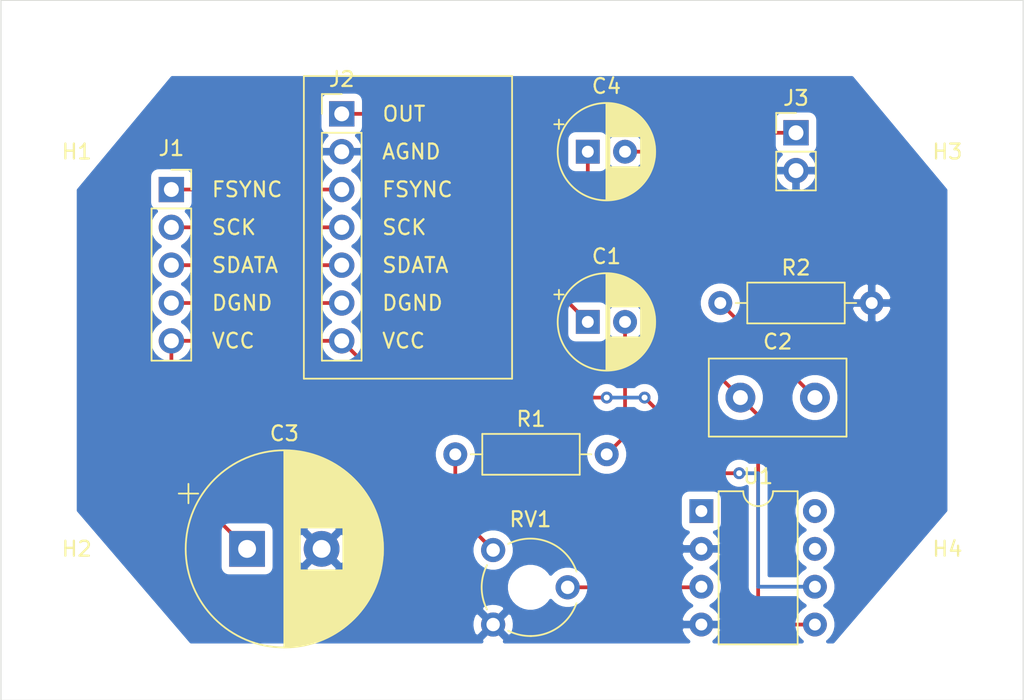
<source format=kicad_pcb>
(kicad_pcb (version 20171130) (host pcbnew 5.1.6)

  (general
    (thickness 1.6)
    (drawings 20)
    (tracks 38)
    (zones 0)
    (modules 15)
    (nets 17)
  )

  (page A4)
  (layers
    (0 F.Cu signal)
    (31 B.Cu signal)
    (32 B.Adhes user)
    (33 F.Adhes user)
    (34 B.Paste user)
    (35 F.Paste user)
    (36 B.SilkS user)
    (37 F.SilkS user)
    (38 B.Mask user)
    (39 F.Mask user)
    (40 Dwgs.User user)
    (41 Cmts.User user)
    (42 Eco1.User user)
    (43 Eco2.User user)
    (44 Edge.Cuts user)
    (45 Margin user)
    (46 B.CrtYd user)
    (47 F.CrtYd user)
    (48 B.Fab user)
    (49 F.Fab user)
  )

  (setup
    (last_trace_width 0.25)
    (trace_clearance 0.2)
    (zone_clearance 0.508)
    (zone_45_only no)
    (trace_min 0.2)
    (via_size 0.8)
    (via_drill 0.4)
    (via_min_size 0.4)
    (via_min_drill 0.3)
    (uvia_size 0.3)
    (uvia_drill 0.1)
    (uvias_allowed no)
    (uvia_min_size 0.2)
    (uvia_min_drill 0.1)
    (edge_width 0.05)
    (segment_width 0.2)
    (pcb_text_width 0.3)
    (pcb_text_size 1.5 1.5)
    (mod_edge_width 0.12)
    (mod_text_size 1 1)
    (mod_text_width 0.15)
    (pad_size 1.524 1.524)
    (pad_drill 0.762)
    (pad_to_mask_clearance 0.05)
    (aux_axis_origin 0 0)
    (visible_elements FFFFFF7F)
    (pcbplotparams
      (layerselection 0x010fc_ffffffff)
      (usegerberextensions false)
      (usegerberattributes true)
      (usegerberadvancedattributes true)
      (creategerberjobfile true)
      (excludeedgelayer true)
      (linewidth 0.100000)
      (plotframeref false)
      (viasonmask false)
      (mode 1)
      (useauxorigin false)
      (hpglpennumber 1)
      (hpglpenspeed 20)
      (hpglpendiameter 15.000000)
      (psnegative false)
      (psa4output false)
      (plotreference true)
      (plotvalue true)
      (plotinvisibletext false)
      (padsonsilk false)
      (subtractmaskfromsilk false)
      (outputformat 1)
      (mirror false)
      (drillshape 1)
      (scaleselection 1)
      (outputdirectory ""))
  )

  (net 0 "")
  (net 1 "Net-(C1-Pad2)")
  (net 2 /OUT)
  (net 3 "Net-(C2-Pad1)")
  (net 4 "Net-(C2-Pad2)")
  (net 5 +5V)
  (net 6 GNDA)
  (net 7 "Net-(C4-Pad2)")
  (net 8 GNDD)
  (net 9 /SDATA)
  (net 10 /SCLK)
  (net 11 /FSYNC)
  (net 12 "Net-(R1-Pad1)")
  (net 13 "Net-(RV1-Pad2)")
  (net 14 "Net-(U1-Pad1)")
  (net 15 "Net-(U1-Pad7)")
  (net 16 "Net-(U1-Pad8)")

  (net_class Default "This is the default net class."
    (clearance 0.2)
    (trace_width 0.25)
    (via_dia 0.8)
    (via_drill 0.4)
    (uvia_dia 0.3)
    (uvia_drill 0.1)
    (add_net +5V)
    (add_net /FSYNC)
    (add_net /OUT)
    (add_net /SCLK)
    (add_net /SDATA)
    (add_net GNDA)
    (add_net GNDD)
    (add_net "Net-(C1-Pad2)")
    (add_net "Net-(C2-Pad1)")
    (add_net "Net-(C2-Pad2)")
    (add_net "Net-(C4-Pad2)")
    (add_net "Net-(R1-Pad1)")
    (add_net "Net-(RV1-Pad2)")
    (add_net "Net-(U1-Pad1)")
    (add_net "Net-(U1-Pad7)")
    (add_net "Net-(U1-Pad8)")
  )

  (module Capacitor_THT:CP_Radial_D6.3mm_P2.50mm (layer F.Cu) (tedit 5AE50EF0) (tstamp 605A5E36)
    (at 130.81 96.52)
    (descr "CP, Radial series, Radial, pin pitch=2.50mm, , diameter=6.3mm, Electrolytic Capacitor")
    (tags "CP Radial series Radial pin pitch 2.50mm  diameter 6.3mm Electrolytic Capacitor")
    (path /60314A7A)
    (fp_text reference C1 (at 1.25 -4.4) (layer F.SilkS)
      (effects (font (size 1 1) (thickness 0.15)))
    )
    (fp_text value "220 uF" (at 1.25 4.4) (layer F.Fab)
      (effects (font (size 1 1) (thickness 0.15)))
    )
    (fp_line (start -1.935241 -2.154) (end -1.935241 -1.524) (layer F.SilkS) (width 0.12))
    (fp_line (start -2.250241 -1.839) (end -1.620241 -1.839) (layer F.SilkS) (width 0.12))
    (fp_line (start 4.491 -0.402) (end 4.491 0.402) (layer F.SilkS) (width 0.12))
    (fp_line (start 4.451 -0.633) (end 4.451 0.633) (layer F.SilkS) (width 0.12))
    (fp_line (start 4.411 -0.802) (end 4.411 0.802) (layer F.SilkS) (width 0.12))
    (fp_line (start 4.371 -0.94) (end 4.371 0.94) (layer F.SilkS) (width 0.12))
    (fp_line (start 4.331 -1.059) (end 4.331 1.059) (layer F.SilkS) (width 0.12))
    (fp_line (start 4.291 -1.165) (end 4.291 1.165) (layer F.SilkS) (width 0.12))
    (fp_line (start 4.251 -1.262) (end 4.251 1.262) (layer F.SilkS) (width 0.12))
    (fp_line (start 4.211 -1.35) (end 4.211 1.35) (layer F.SilkS) (width 0.12))
    (fp_line (start 4.171 -1.432) (end 4.171 1.432) (layer F.SilkS) (width 0.12))
    (fp_line (start 4.131 -1.509) (end 4.131 1.509) (layer F.SilkS) (width 0.12))
    (fp_line (start 4.091 -1.581) (end 4.091 1.581) (layer F.SilkS) (width 0.12))
    (fp_line (start 4.051 -1.65) (end 4.051 1.65) (layer F.SilkS) (width 0.12))
    (fp_line (start 4.011 -1.714) (end 4.011 1.714) (layer F.SilkS) (width 0.12))
    (fp_line (start 3.971 -1.776) (end 3.971 1.776) (layer F.SilkS) (width 0.12))
    (fp_line (start 3.931 -1.834) (end 3.931 1.834) (layer F.SilkS) (width 0.12))
    (fp_line (start 3.891 -1.89) (end 3.891 1.89) (layer F.SilkS) (width 0.12))
    (fp_line (start 3.851 -1.944) (end 3.851 1.944) (layer F.SilkS) (width 0.12))
    (fp_line (start 3.811 -1.995) (end 3.811 1.995) (layer F.SilkS) (width 0.12))
    (fp_line (start 3.771 -2.044) (end 3.771 2.044) (layer F.SilkS) (width 0.12))
    (fp_line (start 3.731 -2.092) (end 3.731 2.092) (layer F.SilkS) (width 0.12))
    (fp_line (start 3.691 -2.137) (end 3.691 2.137) (layer F.SilkS) (width 0.12))
    (fp_line (start 3.651 -2.182) (end 3.651 2.182) (layer F.SilkS) (width 0.12))
    (fp_line (start 3.611 -2.224) (end 3.611 2.224) (layer F.SilkS) (width 0.12))
    (fp_line (start 3.571 -2.265) (end 3.571 2.265) (layer F.SilkS) (width 0.12))
    (fp_line (start 3.531 1.04) (end 3.531 2.305) (layer F.SilkS) (width 0.12))
    (fp_line (start 3.531 -2.305) (end 3.531 -1.04) (layer F.SilkS) (width 0.12))
    (fp_line (start 3.491 1.04) (end 3.491 2.343) (layer F.SilkS) (width 0.12))
    (fp_line (start 3.491 -2.343) (end 3.491 -1.04) (layer F.SilkS) (width 0.12))
    (fp_line (start 3.451 1.04) (end 3.451 2.38) (layer F.SilkS) (width 0.12))
    (fp_line (start 3.451 -2.38) (end 3.451 -1.04) (layer F.SilkS) (width 0.12))
    (fp_line (start 3.411 1.04) (end 3.411 2.416) (layer F.SilkS) (width 0.12))
    (fp_line (start 3.411 -2.416) (end 3.411 -1.04) (layer F.SilkS) (width 0.12))
    (fp_line (start 3.371 1.04) (end 3.371 2.45) (layer F.SilkS) (width 0.12))
    (fp_line (start 3.371 -2.45) (end 3.371 -1.04) (layer F.SilkS) (width 0.12))
    (fp_line (start 3.331 1.04) (end 3.331 2.484) (layer F.SilkS) (width 0.12))
    (fp_line (start 3.331 -2.484) (end 3.331 -1.04) (layer F.SilkS) (width 0.12))
    (fp_line (start 3.291 1.04) (end 3.291 2.516) (layer F.SilkS) (width 0.12))
    (fp_line (start 3.291 -2.516) (end 3.291 -1.04) (layer F.SilkS) (width 0.12))
    (fp_line (start 3.251 1.04) (end 3.251 2.548) (layer F.SilkS) (width 0.12))
    (fp_line (start 3.251 -2.548) (end 3.251 -1.04) (layer F.SilkS) (width 0.12))
    (fp_line (start 3.211 1.04) (end 3.211 2.578) (layer F.SilkS) (width 0.12))
    (fp_line (start 3.211 -2.578) (end 3.211 -1.04) (layer F.SilkS) (width 0.12))
    (fp_line (start 3.171 1.04) (end 3.171 2.607) (layer F.SilkS) (width 0.12))
    (fp_line (start 3.171 -2.607) (end 3.171 -1.04) (layer F.SilkS) (width 0.12))
    (fp_line (start 3.131 1.04) (end 3.131 2.636) (layer F.SilkS) (width 0.12))
    (fp_line (start 3.131 -2.636) (end 3.131 -1.04) (layer F.SilkS) (width 0.12))
    (fp_line (start 3.091 1.04) (end 3.091 2.664) (layer F.SilkS) (width 0.12))
    (fp_line (start 3.091 -2.664) (end 3.091 -1.04) (layer F.SilkS) (width 0.12))
    (fp_line (start 3.051 1.04) (end 3.051 2.69) (layer F.SilkS) (width 0.12))
    (fp_line (start 3.051 -2.69) (end 3.051 -1.04) (layer F.SilkS) (width 0.12))
    (fp_line (start 3.011 1.04) (end 3.011 2.716) (layer F.SilkS) (width 0.12))
    (fp_line (start 3.011 -2.716) (end 3.011 -1.04) (layer F.SilkS) (width 0.12))
    (fp_line (start 2.971 1.04) (end 2.971 2.742) (layer F.SilkS) (width 0.12))
    (fp_line (start 2.971 -2.742) (end 2.971 -1.04) (layer F.SilkS) (width 0.12))
    (fp_line (start 2.931 1.04) (end 2.931 2.766) (layer F.SilkS) (width 0.12))
    (fp_line (start 2.931 -2.766) (end 2.931 -1.04) (layer F.SilkS) (width 0.12))
    (fp_line (start 2.891 1.04) (end 2.891 2.79) (layer F.SilkS) (width 0.12))
    (fp_line (start 2.891 -2.79) (end 2.891 -1.04) (layer F.SilkS) (width 0.12))
    (fp_line (start 2.851 1.04) (end 2.851 2.812) (layer F.SilkS) (width 0.12))
    (fp_line (start 2.851 -2.812) (end 2.851 -1.04) (layer F.SilkS) (width 0.12))
    (fp_line (start 2.811 1.04) (end 2.811 2.834) (layer F.SilkS) (width 0.12))
    (fp_line (start 2.811 -2.834) (end 2.811 -1.04) (layer F.SilkS) (width 0.12))
    (fp_line (start 2.771 1.04) (end 2.771 2.856) (layer F.SilkS) (width 0.12))
    (fp_line (start 2.771 -2.856) (end 2.771 -1.04) (layer F.SilkS) (width 0.12))
    (fp_line (start 2.731 1.04) (end 2.731 2.876) (layer F.SilkS) (width 0.12))
    (fp_line (start 2.731 -2.876) (end 2.731 -1.04) (layer F.SilkS) (width 0.12))
    (fp_line (start 2.691 1.04) (end 2.691 2.896) (layer F.SilkS) (width 0.12))
    (fp_line (start 2.691 -2.896) (end 2.691 -1.04) (layer F.SilkS) (width 0.12))
    (fp_line (start 2.651 1.04) (end 2.651 2.916) (layer F.SilkS) (width 0.12))
    (fp_line (start 2.651 -2.916) (end 2.651 -1.04) (layer F.SilkS) (width 0.12))
    (fp_line (start 2.611 1.04) (end 2.611 2.934) (layer F.SilkS) (width 0.12))
    (fp_line (start 2.611 -2.934) (end 2.611 -1.04) (layer F.SilkS) (width 0.12))
    (fp_line (start 2.571 1.04) (end 2.571 2.952) (layer F.SilkS) (width 0.12))
    (fp_line (start 2.571 -2.952) (end 2.571 -1.04) (layer F.SilkS) (width 0.12))
    (fp_line (start 2.531 1.04) (end 2.531 2.97) (layer F.SilkS) (width 0.12))
    (fp_line (start 2.531 -2.97) (end 2.531 -1.04) (layer F.SilkS) (width 0.12))
    (fp_line (start 2.491 1.04) (end 2.491 2.986) (layer F.SilkS) (width 0.12))
    (fp_line (start 2.491 -2.986) (end 2.491 -1.04) (layer F.SilkS) (width 0.12))
    (fp_line (start 2.451 1.04) (end 2.451 3.002) (layer F.SilkS) (width 0.12))
    (fp_line (start 2.451 -3.002) (end 2.451 -1.04) (layer F.SilkS) (width 0.12))
    (fp_line (start 2.411 1.04) (end 2.411 3.018) (layer F.SilkS) (width 0.12))
    (fp_line (start 2.411 -3.018) (end 2.411 -1.04) (layer F.SilkS) (width 0.12))
    (fp_line (start 2.371 1.04) (end 2.371 3.033) (layer F.SilkS) (width 0.12))
    (fp_line (start 2.371 -3.033) (end 2.371 -1.04) (layer F.SilkS) (width 0.12))
    (fp_line (start 2.331 1.04) (end 2.331 3.047) (layer F.SilkS) (width 0.12))
    (fp_line (start 2.331 -3.047) (end 2.331 -1.04) (layer F.SilkS) (width 0.12))
    (fp_line (start 2.291 1.04) (end 2.291 3.061) (layer F.SilkS) (width 0.12))
    (fp_line (start 2.291 -3.061) (end 2.291 -1.04) (layer F.SilkS) (width 0.12))
    (fp_line (start 2.251 1.04) (end 2.251 3.074) (layer F.SilkS) (width 0.12))
    (fp_line (start 2.251 -3.074) (end 2.251 -1.04) (layer F.SilkS) (width 0.12))
    (fp_line (start 2.211 1.04) (end 2.211 3.086) (layer F.SilkS) (width 0.12))
    (fp_line (start 2.211 -3.086) (end 2.211 -1.04) (layer F.SilkS) (width 0.12))
    (fp_line (start 2.171 1.04) (end 2.171 3.098) (layer F.SilkS) (width 0.12))
    (fp_line (start 2.171 -3.098) (end 2.171 -1.04) (layer F.SilkS) (width 0.12))
    (fp_line (start 2.131 1.04) (end 2.131 3.11) (layer F.SilkS) (width 0.12))
    (fp_line (start 2.131 -3.11) (end 2.131 -1.04) (layer F.SilkS) (width 0.12))
    (fp_line (start 2.091 1.04) (end 2.091 3.121) (layer F.SilkS) (width 0.12))
    (fp_line (start 2.091 -3.121) (end 2.091 -1.04) (layer F.SilkS) (width 0.12))
    (fp_line (start 2.051 1.04) (end 2.051 3.131) (layer F.SilkS) (width 0.12))
    (fp_line (start 2.051 -3.131) (end 2.051 -1.04) (layer F.SilkS) (width 0.12))
    (fp_line (start 2.011 1.04) (end 2.011 3.141) (layer F.SilkS) (width 0.12))
    (fp_line (start 2.011 -3.141) (end 2.011 -1.04) (layer F.SilkS) (width 0.12))
    (fp_line (start 1.971 1.04) (end 1.971 3.15) (layer F.SilkS) (width 0.12))
    (fp_line (start 1.971 -3.15) (end 1.971 -1.04) (layer F.SilkS) (width 0.12))
    (fp_line (start 1.93 1.04) (end 1.93 3.159) (layer F.SilkS) (width 0.12))
    (fp_line (start 1.93 -3.159) (end 1.93 -1.04) (layer F.SilkS) (width 0.12))
    (fp_line (start 1.89 1.04) (end 1.89 3.167) (layer F.SilkS) (width 0.12))
    (fp_line (start 1.89 -3.167) (end 1.89 -1.04) (layer F.SilkS) (width 0.12))
    (fp_line (start 1.85 1.04) (end 1.85 3.175) (layer F.SilkS) (width 0.12))
    (fp_line (start 1.85 -3.175) (end 1.85 -1.04) (layer F.SilkS) (width 0.12))
    (fp_line (start 1.81 1.04) (end 1.81 3.182) (layer F.SilkS) (width 0.12))
    (fp_line (start 1.81 -3.182) (end 1.81 -1.04) (layer F.SilkS) (width 0.12))
    (fp_line (start 1.77 1.04) (end 1.77 3.189) (layer F.SilkS) (width 0.12))
    (fp_line (start 1.77 -3.189) (end 1.77 -1.04) (layer F.SilkS) (width 0.12))
    (fp_line (start 1.73 1.04) (end 1.73 3.195) (layer F.SilkS) (width 0.12))
    (fp_line (start 1.73 -3.195) (end 1.73 -1.04) (layer F.SilkS) (width 0.12))
    (fp_line (start 1.69 1.04) (end 1.69 3.201) (layer F.SilkS) (width 0.12))
    (fp_line (start 1.69 -3.201) (end 1.69 -1.04) (layer F.SilkS) (width 0.12))
    (fp_line (start 1.65 1.04) (end 1.65 3.206) (layer F.SilkS) (width 0.12))
    (fp_line (start 1.65 -3.206) (end 1.65 -1.04) (layer F.SilkS) (width 0.12))
    (fp_line (start 1.61 1.04) (end 1.61 3.211) (layer F.SilkS) (width 0.12))
    (fp_line (start 1.61 -3.211) (end 1.61 -1.04) (layer F.SilkS) (width 0.12))
    (fp_line (start 1.57 1.04) (end 1.57 3.215) (layer F.SilkS) (width 0.12))
    (fp_line (start 1.57 -3.215) (end 1.57 -1.04) (layer F.SilkS) (width 0.12))
    (fp_line (start 1.53 1.04) (end 1.53 3.218) (layer F.SilkS) (width 0.12))
    (fp_line (start 1.53 -3.218) (end 1.53 -1.04) (layer F.SilkS) (width 0.12))
    (fp_line (start 1.49 1.04) (end 1.49 3.222) (layer F.SilkS) (width 0.12))
    (fp_line (start 1.49 -3.222) (end 1.49 -1.04) (layer F.SilkS) (width 0.12))
    (fp_line (start 1.45 -3.224) (end 1.45 3.224) (layer F.SilkS) (width 0.12))
    (fp_line (start 1.41 -3.227) (end 1.41 3.227) (layer F.SilkS) (width 0.12))
    (fp_line (start 1.37 -3.228) (end 1.37 3.228) (layer F.SilkS) (width 0.12))
    (fp_line (start 1.33 -3.23) (end 1.33 3.23) (layer F.SilkS) (width 0.12))
    (fp_line (start 1.29 -3.23) (end 1.29 3.23) (layer F.SilkS) (width 0.12))
    (fp_line (start 1.25 -3.23) (end 1.25 3.23) (layer F.SilkS) (width 0.12))
    (fp_line (start -1.128972 -1.6885) (end -1.128972 -1.0585) (layer F.Fab) (width 0.1))
    (fp_line (start -1.443972 -1.3735) (end -0.813972 -1.3735) (layer F.Fab) (width 0.1))
    (fp_circle (center 1.25 0) (end 4.65 0) (layer F.CrtYd) (width 0.05))
    (fp_circle (center 1.25 0) (end 4.52 0) (layer F.SilkS) (width 0.12))
    (fp_circle (center 1.25 0) (end 4.4 0) (layer F.Fab) (width 0.1))
    (fp_text user %R (at 1.25 0) (layer F.Fab)
      (effects (font (size 1 1) (thickness 0.15)))
    )
    (pad 2 thru_hole circle (at 2.5 0) (size 1.6 1.6) (drill 0.8) (layers *.Cu *.Mask)
      (net 1 "Net-(C1-Pad2)"))
    (pad 1 thru_hole rect (at 0 0) (size 1.6 1.6) (drill 0.8) (layers *.Cu *.Mask)
      (net 2 /OUT))
    (model ${KISYS3DMOD}/Capacitor_THT.3dshapes/CP_Radial_D6.3mm_P2.50mm.wrl
      (at (xyz 0 0 0))
      (scale (xyz 1 1 1))
      (rotate (xyz 0 0 0))
    )
  )

  (module Capacitor_THT:C_Disc_D9.0mm_W5.0mm_P5.00mm (layer F.Cu) (tedit 5AE50EF0) (tstamp 605A5E49)
    (at 141.05 101.6)
    (descr "C, Disc series, Radial, pin pitch=5.00mm, , diameter*width=9*5.0mm^2, Capacitor, http://www.vishay.com/docs/28535/vy2series.pdf")
    (tags "C Disc series Radial pin pitch 5.00mm  diameter 9mm width 5.0mm Capacitor")
    (path /604E9EB5)
    (fp_text reference C2 (at 2.5 -3.75) (layer F.SilkS)
      (effects (font (size 1 1) (thickness 0.15)))
    )
    (fp_text value "0.05 uF" (at 2.5 3.75) (layer F.Fab)
      (effects (font (size 1 1) (thickness 0.15)))
    )
    (fp_line (start -2 -2.5) (end -2 2.5) (layer F.Fab) (width 0.1))
    (fp_line (start -2 2.5) (end 7 2.5) (layer F.Fab) (width 0.1))
    (fp_line (start 7 2.5) (end 7 -2.5) (layer F.Fab) (width 0.1))
    (fp_line (start 7 -2.5) (end -2 -2.5) (layer F.Fab) (width 0.1))
    (fp_line (start -2.12 -2.62) (end 7.12 -2.62) (layer F.SilkS) (width 0.12))
    (fp_line (start -2.12 2.62) (end 7.12 2.62) (layer F.SilkS) (width 0.12))
    (fp_line (start -2.12 -2.62) (end -2.12 2.62) (layer F.SilkS) (width 0.12))
    (fp_line (start 7.12 -2.62) (end 7.12 2.62) (layer F.SilkS) (width 0.12))
    (fp_line (start -2.25 -2.75) (end -2.25 2.75) (layer F.CrtYd) (width 0.05))
    (fp_line (start -2.25 2.75) (end 7.25 2.75) (layer F.CrtYd) (width 0.05))
    (fp_line (start 7.25 2.75) (end 7.25 -2.75) (layer F.CrtYd) (width 0.05))
    (fp_line (start 7.25 -2.75) (end -2.25 -2.75) (layer F.CrtYd) (width 0.05))
    (fp_text user %R (at 2.5 0) (layer F.Fab)
      (effects (font (size 1 1) (thickness 0.15)))
    )
    (pad 1 thru_hole circle (at 0 0) (size 2 2) (drill 1) (layers *.Cu *.Mask)
      (net 3 "Net-(C2-Pad1)"))
    (pad 2 thru_hole circle (at 5 0) (size 2 2) (drill 1) (layers *.Cu *.Mask)
      (net 4 "Net-(C2-Pad2)"))
    (model ${KISYS3DMOD}/Capacitor_THT.3dshapes/C_Disc_D9.0mm_W5.0mm_P5.00mm.wrl
      (at (xyz 0 0 0))
      (scale (xyz 1 1 1))
      (rotate (xyz 0 0 0))
    )
  )

  (module Capacitor_THT:CP_Radial_D13.0mm_P5.00mm (layer F.Cu) (tedit 5AE50EF1) (tstamp 605A5F45)
    (at 107.95 111.76)
    (descr "CP, Radial series, Radial, pin pitch=5.00mm, , diameter=13mm, Electrolytic Capacitor")
    (tags "CP Radial series Radial pin pitch 5.00mm  diameter 13mm Electrolytic Capacitor")
    (path /605656EA)
    (fp_text reference C3 (at 2.5 -7.75) (layer F.SilkS)
      (effects (font (size 1 1) (thickness 0.15)))
    )
    (fp_text value "1000 uF" (at 2.5 7.75) (layer F.Fab)
      (effects (font (size 1 1) (thickness 0.15)))
    )
    (fp_circle (center 2.5 0) (end 9 0) (layer F.Fab) (width 0.1))
    (fp_circle (center 2.5 0) (end 9.12 0) (layer F.SilkS) (width 0.12))
    (fp_circle (center 2.5 0) (end 9.25 0) (layer F.CrtYd) (width 0.05))
    (fp_line (start -3.082015 -2.8475) (end -1.782015 -2.8475) (layer F.Fab) (width 0.1))
    (fp_line (start -2.432015 -3.4975) (end -2.432015 -2.1975) (layer F.Fab) (width 0.1))
    (fp_line (start 2.5 -6.58) (end 2.5 6.58) (layer F.SilkS) (width 0.12))
    (fp_line (start 2.54 -6.58) (end 2.54 6.58) (layer F.SilkS) (width 0.12))
    (fp_line (start 2.58 -6.58) (end 2.58 6.58) (layer F.SilkS) (width 0.12))
    (fp_line (start 2.62 -6.579) (end 2.62 6.579) (layer F.SilkS) (width 0.12))
    (fp_line (start 2.66 -6.579) (end 2.66 6.579) (layer F.SilkS) (width 0.12))
    (fp_line (start 2.7 -6.577) (end 2.7 6.577) (layer F.SilkS) (width 0.12))
    (fp_line (start 2.74 -6.576) (end 2.74 6.576) (layer F.SilkS) (width 0.12))
    (fp_line (start 2.78 -6.575) (end 2.78 6.575) (layer F.SilkS) (width 0.12))
    (fp_line (start 2.82 -6.573) (end 2.82 6.573) (layer F.SilkS) (width 0.12))
    (fp_line (start 2.86 -6.571) (end 2.86 6.571) (layer F.SilkS) (width 0.12))
    (fp_line (start 2.9 -6.568) (end 2.9 6.568) (layer F.SilkS) (width 0.12))
    (fp_line (start 2.94 -6.566) (end 2.94 6.566) (layer F.SilkS) (width 0.12))
    (fp_line (start 2.98 -6.563) (end 2.98 6.563) (layer F.SilkS) (width 0.12))
    (fp_line (start 3.02 -6.56) (end 3.02 6.56) (layer F.SilkS) (width 0.12))
    (fp_line (start 3.06 -6.557) (end 3.06 6.557) (layer F.SilkS) (width 0.12))
    (fp_line (start 3.1 -6.553) (end 3.1 6.553) (layer F.SilkS) (width 0.12))
    (fp_line (start 3.14 -6.549) (end 3.14 6.549) (layer F.SilkS) (width 0.12))
    (fp_line (start 3.18 -6.545) (end 3.18 6.545) (layer F.SilkS) (width 0.12))
    (fp_line (start 3.221 -6.541) (end 3.221 6.541) (layer F.SilkS) (width 0.12))
    (fp_line (start 3.261 -6.537) (end 3.261 6.537) (layer F.SilkS) (width 0.12))
    (fp_line (start 3.301 -6.532) (end 3.301 6.532) (layer F.SilkS) (width 0.12))
    (fp_line (start 3.341 -6.527) (end 3.341 6.527) (layer F.SilkS) (width 0.12))
    (fp_line (start 3.381 -6.522) (end 3.381 6.522) (layer F.SilkS) (width 0.12))
    (fp_line (start 3.421 -6.516) (end 3.421 6.516) (layer F.SilkS) (width 0.12))
    (fp_line (start 3.461 -6.511) (end 3.461 6.511) (layer F.SilkS) (width 0.12))
    (fp_line (start 3.501 -6.505) (end 3.501 6.505) (layer F.SilkS) (width 0.12))
    (fp_line (start 3.541 -6.498) (end 3.541 6.498) (layer F.SilkS) (width 0.12))
    (fp_line (start 3.581 -6.492) (end 3.581 -1.44) (layer F.SilkS) (width 0.12))
    (fp_line (start 3.581 1.44) (end 3.581 6.492) (layer F.SilkS) (width 0.12))
    (fp_line (start 3.621 -6.485) (end 3.621 -1.44) (layer F.SilkS) (width 0.12))
    (fp_line (start 3.621 1.44) (end 3.621 6.485) (layer F.SilkS) (width 0.12))
    (fp_line (start 3.661 -6.478) (end 3.661 -1.44) (layer F.SilkS) (width 0.12))
    (fp_line (start 3.661 1.44) (end 3.661 6.478) (layer F.SilkS) (width 0.12))
    (fp_line (start 3.701 -6.471) (end 3.701 -1.44) (layer F.SilkS) (width 0.12))
    (fp_line (start 3.701 1.44) (end 3.701 6.471) (layer F.SilkS) (width 0.12))
    (fp_line (start 3.741 -6.463) (end 3.741 -1.44) (layer F.SilkS) (width 0.12))
    (fp_line (start 3.741 1.44) (end 3.741 6.463) (layer F.SilkS) (width 0.12))
    (fp_line (start 3.781 -6.456) (end 3.781 -1.44) (layer F.SilkS) (width 0.12))
    (fp_line (start 3.781 1.44) (end 3.781 6.456) (layer F.SilkS) (width 0.12))
    (fp_line (start 3.821 -6.448) (end 3.821 -1.44) (layer F.SilkS) (width 0.12))
    (fp_line (start 3.821 1.44) (end 3.821 6.448) (layer F.SilkS) (width 0.12))
    (fp_line (start 3.861 -6.439) (end 3.861 -1.44) (layer F.SilkS) (width 0.12))
    (fp_line (start 3.861 1.44) (end 3.861 6.439) (layer F.SilkS) (width 0.12))
    (fp_line (start 3.901 -6.431) (end 3.901 -1.44) (layer F.SilkS) (width 0.12))
    (fp_line (start 3.901 1.44) (end 3.901 6.431) (layer F.SilkS) (width 0.12))
    (fp_line (start 3.941 -6.422) (end 3.941 -1.44) (layer F.SilkS) (width 0.12))
    (fp_line (start 3.941 1.44) (end 3.941 6.422) (layer F.SilkS) (width 0.12))
    (fp_line (start 3.981 -6.413) (end 3.981 -1.44) (layer F.SilkS) (width 0.12))
    (fp_line (start 3.981 1.44) (end 3.981 6.413) (layer F.SilkS) (width 0.12))
    (fp_line (start 4.021 -6.404) (end 4.021 -1.44) (layer F.SilkS) (width 0.12))
    (fp_line (start 4.021 1.44) (end 4.021 6.404) (layer F.SilkS) (width 0.12))
    (fp_line (start 4.061 -6.394) (end 4.061 -1.44) (layer F.SilkS) (width 0.12))
    (fp_line (start 4.061 1.44) (end 4.061 6.394) (layer F.SilkS) (width 0.12))
    (fp_line (start 4.101 -6.384) (end 4.101 -1.44) (layer F.SilkS) (width 0.12))
    (fp_line (start 4.101 1.44) (end 4.101 6.384) (layer F.SilkS) (width 0.12))
    (fp_line (start 4.141 -6.374) (end 4.141 -1.44) (layer F.SilkS) (width 0.12))
    (fp_line (start 4.141 1.44) (end 4.141 6.374) (layer F.SilkS) (width 0.12))
    (fp_line (start 4.181 -6.364) (end 4.181 -1.44) (layer F.SilkS) (width 0.12))
    (fp_line (start 4.181 1.44) (end 4.181 6.364) (layer F.SilkS) (width 0.12))
    (fp_line (start 4.221 -6.353) (end 4.221 -1.44) (layer F.SilkS) (width 0.12))
    (fp_line (start 4.221 1.44) (end 4.221 6.353) (layer F.SilkS) (width 0.12))
    (fp_line (start 4.261 -6.342) (end 4.261 -1.44) (layer F.SilkS) (width 0.12))
    (fp_line (start 4.261 1.44) (end 4.261 6.342) (layer F.SilkS) (width 0.12))
    (fp_line (start 4.301 -6.331) (end 4.301 -1.44) (layer F.SilkS) (width 0.12))
    (fp_line (start 4.301 1.44) (end 4.301 6.331) (layer F.SilkS) (width 0.12))
    (fp_line (start 4.341 -6.32) (end 4.341 -1.44) (layer F.SilkS) (width 0.12))
    (fp_line (start 4.341 1.44) (end 4.341 6.32) (layer F.SilkS) (width 0.12))
    (fp_line (start 4.381 -6.308) (end 4.381 -1.44) (layer F.SilkS) (width 0.12))
    (fp_line (start 4.381 1.44) (end 4.381 6.308) (layer F.SilkS) (width 0.12))
    (fp_line (start 4.421 -6.296) (end 4.421 -1.44) (layer F.SilkS) (width 0.12))
    (fp_line (start 4.421 1.44) (end 4.421 6.296) (layer F.SilkS) (width 0.12))
    (fp_line (start 4.461 -6.284) (end 4.461 -1.44) (layer F.SilkS) (width 0.12))
    (fp_line (start 4.461 1.44) (end 4.461 6.284) (layer F.SilkS) (width 0.12))
    (fp_line (start 4.501 -6.271) (end 4.501 -1.44) (layer F.SilkS) (width 0.12))
    (fp_line (start 4.501 1.44) (end 4.501 6.271) (layer F.SilkS) (width 0.12))
    (fp_line (start 4.541 -6.258) (end 4.541 -1.44) (layer F.SilkS) (width 0.12))
    (fp_line (start 4.541 1.44) (end 4.541 6.258) (layer F.SilkS) (width 0.12))
    (fp_line (start 4.581 -6.245) (end 4.581 -1.44) (layer F.SilkS) (width 0.12))
    (fp_line (start 4.581 1.44) (end 4.581 6.245) (layer F.SilkS) (width 0.12))
    (fp_line (start 4.621 -6.232) (end 4.621 -1.44) (layer F.SilkS) (width 0.12))
    (fp_line (start 4.621 1.44) (end 4.621 6.232) (layer F.SilkS) (width 0.12))
    (fp_line (start 4.661 -6.218) (end 4.661 -1.44) (layer F.SilkS) (width 0.12))
    (fp_line (start 4.661 1.44) (end 4.661 6.218) (layer F.SilkS) (width 0.12))
    (fp_line (start 4.701 -6.204) (end 4.701 -1.44) (layer F.SilkS) (width 0.12))
    (fp_line (start 4.701 1.44) (end 4.701 6.204) (layer F.SilkS) (width 0.12))
    (fp_line (start 4.741 -6.19) (end 4.741 -1.44) (layer F.SilkS) (width 0.12))
    (fp_line (start 4.741 1.44) (end 4.741 6.19) (layer F.SilkS) (width 0.12))
    (fp_line (start 4.781 -6.175) (end 4.781 -1.44) (layer F.SilkS) (width 0.12))
    (fp_line (start 4.781 1.44) (end 4.781 6.175) (layer F.SilkS) (width 0.12))
    (fp_line (start 4.821 -6.161) (end 4.821 -1.44) (layer F.SilkS) (width 0.12))
    (fp_line (start 4.821 1.44) (end 4.821 6.161) (layer F.SilkS) (width 0.12))
    (fp_line (start 4.861 -6.146) (end 4.861 -1.44) (layer F.SilkS) (width 0.12))
    (fp_line (start 4.861 1.44) (end 4.861 6.146) (layer F.SilkS) (width 0.12))
    (fp_line (start 4.901 -6.13) (end 4.901 -1.44) (layer F.SilkS) (width 0.12))
    (fp_line (start 4.901 1.44) (end 4.901 6.13) (layer F.SilkS) (width 0.12))
    (fp_line (start 4.941 -6.114) (end 4.941 -1.44) (layer F.SilkS) (width 0.12))
    (fp_line (start 4.941 1.44) (end 4.941 6.114) (layer F.SilkS) (width 0.12))
    (fp_line (start 4.981 -6.098) (end 4.981 -1.44) (layer F.SilkS) (width 0.12))
    (fp_line (start 4.981 1.44) (end 4.981 6.098) (layer F.SilkS) (width 0.12))
    (fp_line (start 5.021 -6.082) (end 5.021 -1.44) (layer F.SilkS) (width 0.12))
    (fp_line (start 5.021 1.44) (end 5.021 6.082) (layer F.SilkS) (width 0.12))
    (fp_line (start 5.061 -6.065) (end 5.061 -1.44) (layer F.SilkS) (width 0.12))
    (fp_line (start 5.061 1.44) (end 5.061 6.065) (layer F.SilkS) (width 0.12))
    (fp_line (start 5.101 -6.049) (end 5.101 -1.44) (layer F.SilkS) (width 0.12))
    (fp_line (start 5.101 1.44) (end 5.101 6.049) (layer F.SilkS) (width 0.12))
    (fp_line (start 5.141 -6.031) (end 5.141 -1.44) (layer F.SilkS) (width 0.12))
    (fp_line (start 5.141 1.44) (end 5.141 6.031) (layer F.SilkS) (width 0.12))
    (fp_line (start 5.181 -6.014) (end 5.181 -1.44) (layer F.SilkS) (width 0.12))
    (fp_line (start 5.181 1.44) (end 5.181 6.014) (layer F.SilkS) (width 0.12))
    (fp_line (start 5.221 -5.996) (end 5.221 -1.44) (layer F.SilkS) (width 0.12))
    (fp_line (start 5.221 1.44) (end 5.221 5.996) (layer F.SilkS) (width 0.12))
    (fp_line (start 5.261 -5.978) (end 5.261 -1.44) (layer F.SilkS) (width 0.12))
    (fp_line (start 5.261 1.44) (end 5.261 5.978) (layer F.SilkS) (width 0.12))
    (fp_line (start 5.301 -5.959) (end 5.301 -1.44) (layer F.SilkS) (width 0.12))
    (fp_line (start 5.301 1.44) (end 5.301 5.959) (layer F.SilkS) (width 0.12))
    (fp_line (start 5.341 -5.94) (end 5.341 -1.44) (layer F.SilkS) (width 0.12))
    (fp_line (start 5.341 1.44) (end 5.341 5.94) (layer F.SilkS) (width 0.12))
    (fp_line (start 5.381 -5.921) (end 5.381 -1.44) (layer F.SilkS) (width 0.12))
    (fp_line (start 5.381 1.44) (end 5.381 5.921) (layer F.SilkS) (width 0.12))
    (fp_line (start 5.421 -5.902) (end 5.421 -1.44) (layer F.SilkS) (width 0.12))
    (fp_line (start 5.421 1.44) (end 5.421 5.902) (layer F.SilkS) (width 0.12))
    (fp_line (start 5.461 -5.882) (end 5.461 -1.44) (layer F.SilkS) (width 0.12))
    (fp_line (start 5.461 1.44) (end 5.461 5.882) (layer F.SilkS) (width 0.12))
    (fp_line (start 5.501 -5.862) (end 5.501 -1.44) (layer F.SilkS) (width 0.12))
    (fp_line (start 5.501 1.44) (end 5.501 5.862) (layer F.SilkS) (width 0.12))
    (fp_line (start 5.541 -5.841) (end 5.541 -1.44) (layer F.SilkS) (width 0.12))
    (fp_line (start 5.541 1.44) (end 5.541 5.841) (layer F.SilkS) (width 0.12))
    (fp_line (start 5.581 -5.82) (end 5.581 -1.44) (layer F.SilkS) (width 0.12))
    (fp_line (start 5.581 1.44) (end 5.581 5.82) (layer F.SilkS) (width 0.12))
    (fp_line (start 5.621 -5.799) (end 5.621 -1.44) (layer F.SilkS) (width 0.12))
    (fp_line (start 5.621 1.44) (end 5.621 5.799) (layer F.SilkS) (width 0.12))
    (fp_line (start 5.661 -5.778) (end 5.661 -1.44) (layer F.SilkS) (width 0.12))
    (fp_line (start 5.661 1.44) (end 5.661 5.778) (layer F.SilkS) (width 0.12))
    (fp_line (start 5.701 -5.756) (end 5.701 -1.44) (layer F.SilkS) (width 0.12))
    (fp_line (start 5.701 1.44) (end 5.701 5.756) (layer F.SilkS) (width 0.12))
    (fp_line (start 5.741 -5.733) (end 5.741 -1.44) (layer F.SilkS) (width 0.12))
    (fp_line (start 5.741 1.44) (end 5.741 5.733) (layer F.SilkS) (width 0.12))
    (fp_line (start 5.781 -5.711) (end 5.781 -1.44) (layer F.SilkS) (width 0.12))
    (fp_line (start 5.781 1.44) (end 5.781 5.711) (layer F.SilkS) (width 0.12))
    (fp_line (start 5.821 -5.688) (end 5.821 -1.44) (layer F.SilkS) (width 0.12))
    (fp_line (start 5.821 1.44) (end 5.821 5.688) (layer F.SilkS) (width 0.12))
    (fp_line (start 5.861 -5.664) (end 5.861 -1.44) (layer F.SilkS) (width 0.12))
    (fp_line (start 5.861 1.44) (end 5.861 5.664) (layer F.SilkS) (width 0.12))
    (fp_line (start 5.901 -5.641) (end 5.901 -1.44) (layer F.SilkS) (width 0.12))
    (fp_line (start 5.901 1.44) (end 5.901 5.641) (layer F.SilkS) (width 0.12))
    (fp_line (start 5.941 -5.617) (end 5.941 -1.44) (layer F.SilkS) (width 0.12))
    (fp_line (start 5.941 1.44) (end 5.941 5.617) (layer F.SilkS) (width 0.12))
    (fp_line (start 5.981 -5.592) (end 5.981 -1.44) (layer F.SilkS) (width 0.12))
    (fp_line (start 5.981 1.44) (end 5.981 5.592) (layer F.SilkS) (width 0.12))
    (fp_line (start 6.021 -5.567) (end 6.021 -1.44) (layer F.SilkS) (width 0.12))
    (fp_line (start 6.021 1.44) (end 6.021 5.567) (layer F.SilkS) (width 0.12))
    (fp_line (start 6.061 -5.542) (end 6.061 -1.44) (layer F.SilkS) (width 0.12))
    (fp_line (start 6.061 1.44) (end 6.061 5.542) (layer F.SilkS) (width 0.12))
    (fp_line (start 6.101 -5.516) (end 6.101 -1.44) (layer F.SilkS) (width 0.12))
    (fp_line (start 6.101 1.44) (end 6.101 5.516) (layer F.SilkS) (width 0.12))
    (fp_line (start 6.141 -5.49) (end 6.141 -1.44) (layer F.SilkS) (width 0.12))
    (fp_line (start 6.141 1.44) (end 6.141 5.49) (layer F.SilkS) (width 0.12))
    (fp_line (start 6.181 -5.463) (end 6.181 -1.44) (layer F.SilkS) (width 0.12))
    (fp_line (start 6.181 1.44) (end 6.181 5.463) (layer F.SilkS) (width 0.12))
    (fp_line (start 6.221 -5.436) (end 6.221 -1.44) (layer F.SilkS) (width 0.12))
    (fp_line (start 6.221 1.44) (end 6.221 5.436) (layer F.SilkS) (width 0.12))
    (fp_line (start 6.261 -5.409) (end 6.261 -1.44) (layer F.SilkS) (width 0.12))
    (fp_line (start 6.261 1.44) (end 6.261 5.409) (layer F.SilkS) (width 0.12))
    (fp_line (start 6.301 -5.381) (end 6.301 -1.44) (layer F.SilkS) (width 0.12))
    (fp_line (start 6.301 1.44) (end 6.301 5.381) (layer F.SilkS) (width 0.12))
    (fp_line (start 6.341 -5.353) (end 6.341 -1.44) (layer F.SilkS) (width 0.12))
    (fp_line (start 6.341 1.44) (end 6.341 5.353) (layer F.SilkS) (width 0.12))
    (fp_line (start 6.381 -5.324) (end 6.381 -1.44) (layer F.SilkS) (width 0.12))
    (fp_line (start 6.381 1.44) (end 6.381 5.324) (layer F.SilkS) (width 0.12))
    (fp_line (start 6.421 -5.295) (end 6.421 -1.44) (layer F.SilkS) (width 0.12))
    (fp_line (start 6.421 1.44) (end 6.421 5.295) (layer F.SilkS) (width 0.12))
    (fp_line (start 6.461 -5.265) (end 6.461 5.265) (layer F.SilkS) (width 0.12))
    (fp_line (start 6.501 -5.235) (end 6.501 5.235) (layer F.SilkS) (width 0.12))
    (fp_line (start 6.541 -5.205) (end 6.541 5.205) (layer F.SilkS) (width 0.12))
    (fp_line (start 6.581 -5.174) (end 6.581 5.174) (layer F.SilkS) (width 0.12))
    (fp_line (start 6.621 -5.142) (end 6.621 5.142) (layer F.SilkS) (width 0.12))
    (fp_line (start 6.661 -5.11) (end 6.661 5.11) (layer F.SilkS) (width 0.12))
    (fp_line (start 6.701 -5.078) (end 6.701 5.078) (layer F.SilkS) (width 0.12))
    (fp_line (start 6.741 -5.044) (end 6.741 5.044) (layer F.SilkS) (width 0.12))
    (fp_line (start 6.781 -5.011) (end 6.781 5.011) (layer F.SilkS) (width 0.12))
    (fp_line (start 6.821 -4.977) (end 6.821 4.977) (layer F.SilkS) (width 0.12))
    (fp_line (start 6.861 -4.942) (end 6.861 4.942) (layer F.SilkS) (width 0.12))
    (fp_line (start 6.901 -4.907) (end 6.901 4.907) (layer F.SilkS) (width 0.12))
    (fp_line (start 6.941 -4.871) (end 6.941 4.871) (layer F.SilkS) (width 0.12))
    (fp_line (start 6.981 -4.834) (end 6.981 4.834) (layer F.SilkS) (width 0.12))
    (fp_line (start 7.021 -4.797) (end 7.021 4.797) (layer F.SilkS) (width 0.12))
    (fp_line (start 7.061 -4.76) (end 7.061 4.76) (layer F.SilkS) (width 0.12))
    (fp_line (start 7.101 -4.721) (end 7.101 4.721) (layer F.SilkS) (width 0.12))
    (fp_line (start 7.141 -4.682) (end 7.141 4.682) (layer F.SilkS) (width 0.12))
    (fp_line (start 7.181 -4.643) (end 7.181 4.643) (layer F.SilkS) (width 0.12))
    (fp_line (start 7.221 -4.602) (end 7.221 4.602) (layer F.SilkS) (width 0.12))
    (fp_line (start 7.261 -4.561) (end 7.261 4.561) (layer F.SilkS) (width 0.12))
    (fp_line (start 7.301 -4.519) (end 7.301 4.519) (layer F.SilkS) (width 0.12))
    (fp_line (start 7.341 -4.477) (end 7.341 4.477) (layer F.SilkS) (width 0.12))
    (fp_line (start 7.381 -4.434) (end 7.381 4.434) (layer F.SilkS) (width 0.12))
    (fp_line (start 7.421 -4.39) (end 7.421 4.39) (layer F.SilkS) (width 0.12))
    (fp_line (start 7.461 -4.345) (end 7.461 4.345) (layer F.SilkS) (width 0.12))
    (fp_line (start 7.501 -4.299) (end 7.501 4.299) (layer F.SilkS) (width 0.12))
    (fp_line (start 7.541 -4.253) (end 7.541 4.253) (layer F.SilkS) (width 0.12))
    (fp_line (start 7.581 -4.205) (end 7.581 4.205) (layer F.SilkS) (width 0.12))
    (fp_line (start 7.621 -4.157) (end 7.621 4.157) (layer F.SilkS) (width 0.12))
    (fp_line (start 7.661 -4.108) (end 7.661 4.108) (layer F.SilkS) (width 0.12))
    (fp_line (start 7.701 -4.057) (end 7.701 4.057) (layer F.SilkS) (width 0.12))
    (fp_line (start 7.741 -4.006) (end 7.741 4.006) (layer F.SilkS) (width 0.12))
    (fp_line (start 7.781 -3.954) (end 7.781 3.954) (layer F.SilkS) (width 0.12))
    (fp_line (start 7.821 -3.9) (end 7.821 3.9) (layer F.SilkS) (width 0.12))
    (fp_line (start 7.861 -3.846) (end 7.861 3.846) (layer F.SilkS) (width 0.12))
    (fp_line (start 7.901 -3.79) (end 7.901 3.79) (layer F.SilkS) (width 0.12))
    (fp_line (start 7.941 -3.733) (end 7.941 3.733) (layer F.SilkS) (width 0.12))
    (fp_line (start 7.981 -3.675) (end 7.981 3.675) (layer F.SilkS) (width 0.12))
    (fp_line (start 8.021 -3.615) (end 8.021 3.615) (layer F.SilkS) (width 0.12))
    (fp_line (start 8.061 -3.554) (end 8.061 3.554) (layer F.SilkS) (width 0.12))
    (fp_line (start 8.101 -3.491) (end 8.101 3.491) (layer F.SilkS) (width 0.12))
    (fp_line (start 8.141 -3.427) (end 8.141 3.427) (layer F.SilkS) (width 0.12))
    (fp_line (start 8.181 -3.361) (end 8.181 3.361) (layer F.SilkS) (width 0.12))
    (fp_line (start 8.221 -3.293) (end 8.221 3.293) (layer F.SilkS) (width 0.12))
    (fp_line (start 8.261 -3.223) (end 8.261 3.223) (layer F.SilkS) (width 0.12))
    (fp_line (start 8.301 -3.152) (end 8.301 3.152) (layer F.SilkS) (width 0.12))
    (fp_line (start 8.341 -3.078) (end 8.341 3.078) (layer F.SilkS) (width 0.12))
    (fp_line (start 8.381 -3.002) (end 8.381 3.002) (layer F.SilkS) (width 0.12))
    (fp_line (start 8.421 -2.923) (end 8.421 2.923) (layer F.SilkS) (width 0.12))
    (fp_line (start 8.461 -2.842) (end 8.461 2.842) (layer F.SilkS) (width 0.12))
    (fp_line (start 8.501 -2.758) (end 8.501 2.758) (layer F.SilkS) (width 0.12))
    (fp_line (start 8.541 -2.67) (end 8.541 2.67) (layer F.SilkS) (width 0.12))
    (fp_line (start 8.581 -2.579) (end 8.581 2.579) (layer F.SilkS) (width 0.12))
    (fp_line (start 8.621 -2.484) (end 8.621 2.484) (layer F.SilkS) (width 0.12))
    (fp_line (start 8.661 -2.385) (end 8.661 2.385) (layer F.SilkS) (width 0.12))
    (fp_line (start 8.701 -2.281) (end 8.701 2.281) (layer F.SilkS) (width 0.12))
    (fp_line (start 8.741 -2.171) (end 8.741 2.171) (layer F.SilkS) (width 0.12))
    (fp_line (start 8.781 -2.055) (end 8.781 2.055) (layer F.SilkS) (width 0.12))
    (fp_line (start 8.821 -1.931) (end 8.821 1.931) (layer F.SilkS) (width 0.12))
    (fp_line (start 8.861 -1.798) (end 8.861 1.798) (layer F.SilkS) (width 0.12))
    (fp_line (start 8.901 -1.653) (end 8.901 1.653) (layer F.SilkS) (width 0.12))
    (fp_line (start 8.941 -1.494) (end 8.941 1.494) (layer F.SilkS) (width 0.12))
    (fp_line (start 8.981 -1.315) (end 8.981 1.315) (layer F.SilkS) (width 0.12))
    (fp_line (start 9.021 -1.107) (end 9.021 1.107) (layer F.SilkS) (width 0.12))
    (fp_line (start 9.061 -0.85) (end 9.061 0.85) (layer F.SilkS) (width 0.12))
    (fp_line (start 9.101 -0.475) (end 9.101 0.475) (layer F.SilkS) (width 0.12))
    (fp_line (start -4.584569 -3.715) (end -3.284569 -3.715) (layer F.SilkS) (width 0.12))
    (fp_line (start -3.934569 -4.365) (end -3.934569 -3.065) (layer F.SilkS) (width 0.12))
    (fp_text user %R (at 2.5 0) (layer F.Fab)
      (effects (font (size 1 1) (thickness 0.15)))
    )
    (pad 1 thru_hole rect (at 0 0) (size 2.4 2.4) (drill 1.2) (layers *.Cu *.Mask)
      (net 5 +5V))
    (pad 2 thru_hole circle (at 5 0) (size 2.4 2.4) (drill 1.2) (layers *.Cu *.Mask)
      (net 6 GNDA))
    (model ${KISYS3DMOD}/Capacitor_THT.3dshapes/CP_Radial_D13.0mm_P5.00mm.wrl
      (at (xyz 0 0 0))
      (scale (xyz 1 1 1))
      (rotate (xyz 0 0 0))
    )
  )

  (module Capacitor_THT:CP_Radial_D6.3mm_P2.50mm (layer F.Cu) (tedit 5AE50EF0) (tstamp 605A5FD9)
    (at 130.81 85.09)
    (descr "CP, Radial series, Radial, pin pitch=2.50mm, , diameter=6.3mm, Electrolytic Capacitor")
    (tags "CP Radial series Radial pin pitch 2.50mm  diameter 6.3mm Electrolytic Capacitor")
    (path /604E9041)
    (fp_text reference C4 (at 1.25 -4.4) (layer F.SilkS)
      (effects (font (size 1 1) (thickness 0.15)))
    )
    (fp_text value "220 uF" (at 1.25 4.4) (layer F.Fab)
      (effects (font (size 1 1) (thickness 0.15)))
    )
    (fp_circle (center 1.25 0) (end 4.4 0) (layer F.Fab) (width 0.1))
    (fp_circle (center 1.25 0) (end 4.52 0) (layer F.SilkS) (width 0.12))
    (fp_circle (center 1.25 0) (end 4.65 0) (layer F.CrtYd) (width 0.05))
    (fp_line (start -1.443972 -1.3735) (end -0.813972 -1.3735) (layer F.Fab) (width 0.1))
    (fp_line (start -1.128972 -1.6885) (end -1.128972 -1.0585) (layer F.Fab) (width 0.1))
    (fp_line (start 1.25 -3.23) (end 1.25 3.23) (layer F.SilkS) (width 0.12))
    (fp_line (start 1.29 -3.23) (end 1.29 3.23) (layer F.SilkS) (width 0.12))
    (fp_line (start 1.33 -3.23) (end 1.33 3.23) (layer F.SilkS) (width 0.12))
    (fp_line (start 1.37 -3.228) (end 1.37 3.228) (layer F.SilkS) (width 0.12))
    (fp_line (start 1.41 -3.227) (end 1.41 3.227) (layer F.SilkS) (width 0.12))
    (fp_line (start 1.45 -3.224) (end 1.45 3.224) (layer F.SilkS) (width 0.12))
    (fp_line (start 1.49 -3.222) (end 1.49 -1.04) (layer F.SilkS) (width 0.12))
    (fp_line (start 1.49 1.04) (end 1.49 3.222) (layer F.SilkS) (width 0.12))
    (fp_line (start 1.53 -3.218) (end 1.53 -1.04) (layer F.SilkS) (width 0.12))
    (fp_line (start 1.53 1.04) (end 1.53 3.218) (layer F.SilkS) (width 0.12))
    (fp_line (start 1.57 -3.215) (end 1.57 -1.04) (layer F.SilkS) (width 0.12))
    (fp_line (start 1.57 1.04) (end 1.57 3.215) (layer F.SilkS) (width 0.12))
    (fp_line (start 1.61 -3.211) (end 1.61 -1.04) (layer F.SilkS) (width 0.12))
    (fp_line (start 1.61 1.04) (end 1.61 3.211) (layer F.SilkS) (width 0.12))
    (fp_line (start 1.65 -3.206) (end 1.65 -1.04) (layer F.SilkS) (width 0.12))
    (fp_line (start 1.65 1.04) (end 1.65 3.206) (layer F.SilkS) (width 0.12))
    (fp_line (start 1.69 -3.201) (end 1.69 -1.04) (layer F.SilkS) (width 0.12))
    (fp_line (start 1.69 1.04) (end 1.69 3.201) (layer F.SilkS) (width 0.12))
    (fp_line (start 1.73 -3.195) (end 1.73 -1.04) (layer F.SilkS) (width 0.12))
    (fp_line (start 1.73 1.04) (end 1.73 3.195) (layer F.SilkS) (width 0.12))
    (fp_line (start 1.77 -3.189) (end 1.77 -1.04) (layer F.SilkS) (width 0.12))
    (fp_line (start 1.77 1.04) (end 1.77 3.189) (layer F.SilkS) (width 0.12))
    (fp_line (start 1.81 -3.182) (end 1.81 -1.04) (layer F.SilkS) (width 0.12))
    (fp_line (start 1.81 1.04) (end 1.81 3.182) (layer F.SilkS) (width 0.12))
    (fp_line (start 1.85 -3.175) (end 1.85 -1.04) (layer F.SilkS) (width 0.12))
    (fp_line (start 1.85 1.04) (end 1.85 3.175) (layer F.SilkS) (width 0.12))
    (fp_line (start 1.89 -3.167) (end 1.89 -1.04) (layer F.SilkS) (width 0.12))
    (fp_line (start 1.89 1.04) (end 1.89 3.167) (layer F.SilkS) (width 0.12))
    (fp_line (start 1.93 -3.159) (end 1.93 -1.04) (layer F.SilkS) (width 0.12))
    (fp_line (start 1.93 1.04) (end 1.93 3.159) (layer F.SilkS) (width 0.12))
    (fp_line (start 1.971 -3.15) (end 1.971 -1.04) (layer F.SilkS) (width 0.12))
    (fp_line (start 1.971 1.04) (end 1.971 3.15) (layer F.SilkS) (width 0.12))
    (fp_line (start 2.011 -3.141) (end 2.011 -1.04) (layer F.SilkS) (width 0.12))
    (fp_line (start 2.011 1.04) (end 2.011 3.141) (layer F.SilkS) (width 0.12))
    (fp_line (start 2.051 -3.131) (end 2.051 -1.04) (layer F.SilkS) (width 0.12))
    (fp_line (start 2.051 1.04) (end 2.051 3.131) (layer F.SilkS) (width 0.12))
    (fp_line (start 2.091 -3.121) (end 2.091 -1.04) (layer F.SilkS) (width 0.12))
    (fp_line (start 2.091 1.04) (end 2.091 3.121) (layer F.SilkS) (width 0.12))
    (fp_line (start 2.131 -3.11) (end 2.131 -1.04) (layer F.SilkS) (width 0.12))
    (fp_line (start 2.131 1.04) (end 2.131 3.11) (layer F.SilkS) (width 0.12))
    (fp_line (start 2.171 -3.098) (end 2.171 -1.04) (layer F.SilkS) (width 0.12))
    (fp_line (start 2.171 1.04) (end 2.171 3.098) (layer F.SilkS) (width 0.12))
    (fp_line (start 2.211 -3.086) (end 2.211 -1.04) (layer F.SilkS) (width 0.12))
    (fp_line (start 2.211 1.04) (end 2.211 3.086) (layer F.SilkS) (width 0.12))
    (fp_line (start 2.251 -3.074) (end 2.251 -1.04) (layer F.SilkS) (width 0.12))
    (fp_line (start 2.251 1.04) (end 2.251 3.074) (layer F.SilkS) (width 0.12))
    (fp_line (start 2.291 -3.061) (end 2.291 -1.04) (layer F.SilkS) (width 0.12))
    (fp_line (start 2.291 1.04) (end 2.291 3.061) (layer F.SilkS) (width 0.12))
    (fp_line (start 2.331 -3.047) (end 2.331 -1.04) (layer F.SilkS) (width 0.12))
    (fp_line (start 2.331 1.04) (end 2.331 3.047) (layer F.SilkS) (width 0.12))
    (fp_line (start 2.371 -3.033) (end 2.371 -1.04) (layer F.SilkS) (width 0.12))
    (fp_line (start 2.371 1.04) (end 2.371 3.033) (layer F.SilkS) (width 0.12))
    (fp_line (start 2.411 -3.018) (end 2.411 -1.04) (layer F.SilkS) (width 0.12))
    (fp_line (start 2.411 1.04) (end 2.411 3.018) (layer F.SilkS) (width 0.12))
    (fp_line (start 2.451 -3.002) (end 2.451 -1.04) (layer F.SilkS) (width 0.12))
    (fp_line (start 2.451 1.04) (end 2.451 3.002) (layer F.SilkS) (width 0.12))
    (fp_line (start 2.491 -2.986) (end 2.491 -1.04) (layer F.SilkS) (width 0.12))
    (fp_line (start 2.491 1.04) (end 2.491 2.986) (layer F.SilkS) (width 0.12))
    (fp_line (start 2.531 -2.97) (end 2.531 -1.04) (layer F.SilkS) (width 0.12))
    (fp_line (start 2.531 1.04) (end 2.531 2.97) (layer F.SilkS) (width 0.12))
    (fp_line (start 2.571 -2.952) (end 2.571 -1.04) (layer F.SilkS) (width 0.12))
    (fp_line (start 2.571 1.04) (end 2.571 2.952) (layer F.SilkS) (width 0.12))
    (fp_line (start 2.611 -2.934) (end 2.611 -1.04) (layer F.SilkS) (width 0.12))
    (fp_line (start 2.611 1.04) (end 2.611 2.934) (layer F.SilkS) (width 0.12))
    (fp_line (start 2.651 -2.916) (end 2.651 -1.04) (layer F.SilkS) (width 0.12))
    (fp_line (start 2.651 1.04) (end 2.651 2.916) (layer F.SilkS) (width 0.12))
    (fp_line (start 2.691 -2.896) (end 2.691 -1.04) (layer F.SilkS) (width 0.12))
    (fp_line (start 2.691 1.04) (end 2.691 2.896) (layer F.SilkS) (width 0.12))
    (fp_line (start 2.731 -2.876) (end 2.731 -1.04) (layer F.SilkS) (width 0.12))
    (fp_line (start 2.731 1.04) (end 2.731 2.876) (layer F.SilkS) (width 0.12))
    (fp_line (start 2.771 -2.856) (end 2.771 -1.04) (layer F.SilkS) (width 0.12))
    (fp_line (start 2.771 1.04) (end 2.771 2.856) (layer F.SilkS) (width 0.12))
    (fp_line (start 2.811 -2.834) (end 2.811 -1.04) (layer F.SilkS) (width 0.12))
    (fp_line (start 2.811 1.04) (end 2.811 2.834) (layer F.SilkS) (width 0.12))
    (fp_line (start 2.851 -2.812) (end 2.851 -1.04) (layer F.SilkS) (width 0.12))
    (fp_line (start 2.851 1.04) (end 2.851 2.812) (layer F.SilkS) (width 0.12))
    (fp_line (start 2.891 -2.79) (end 2.891 -1.04) (layer F.SilkS) (width 0.12))
    (fp_line (start 2.891 1.04) (end 2.891 2.79) (layer F.SilkS) (width 0.12))
    (fp_line (start 2.931 -2.766) (end 2.931 -1.04) (layer F.SilkS) (width 0.12))
    (fp_line (start 2.931 1.04) (end 2.931 2.766) (layer F.SilkS) (width 0.12))
    (fp_line (start 2.971 -2.742) (end 2.971 -1.04) (layer F.SilkS) (width 0.12))
    (fp_line (start 2.971 1.04) (end 2.971 2.742) (layer F.SilkS) (width 0.12))
    (fp_line (start 3.011 -2.716) (end 3.011 -1.04) (layer F.SilkS) (width 0.12))
    (fp_line (start 3.011 1.04) (end 3.011 2.716) (layer F.SilkS) (width 0.12))
    (fp_line (start 3.051 -2.69) (end 3.051 -1.04) (layer F.SilkS) (width 0.12))
    (fp_line (start 3.051 1.04) (end 3.051 2.69) (layer F.SilkS) (width 0.12))
    (fp_line (start 3.091 -2.664) (end 3.091 -1.04) (layer F.SilkS) (width 0.12))
    (fp_line (start 3.091 1.04) (end 3.091 2.664) (layer F.SilkS) (width 0.12))
    (fp_line (start 3.131 -2.636) (end 3.131 -1.04) (layer F.SilkS) (width 0.12))
    (fp_line (start 3.131 1.04) (end 3.131 2.636) (layer F.SilkS) (width 0.12))
    (fp_line (start 3.171 -2.607) (end 3.171 -1.04) (layer F.SilkS) (width 0.12))
    (fp_line (start 3.171 1.04) (end 3.171 2.607) (layer F.SilkS) (width 0.12))
    (fp_line (start 3.211 -2.578) (end 3.211 -1.04) (layer F.SilkS) (width 0.12))
    (fp_line (start 3.211 1.04) (end 3.211 2.578) (layer F.SilkS) (width 0.12))
    (fp_line (start 3.251 -2.548) (end 3.251 -1.04) (layer F.SilkS) (width 0.12))
    (fp_line (start 3.251 1.04) (end 3.251 2.548) (layer F.SilkS) (width 0.12))
    (fp_line (start 3.291 -2.516) (end 3.291 -1.04) (layer F.SilkS) (width 0.12))
    (fp_line (start 3.291 1.04) (end 3.291 2.516) (layer F.SilkS) (width 0.12))
    (fp_line (start 3.331 -2.484) (end 3.331 -1.04) (layer F.SilkS) (width 0.12))
    (fp_line (start 3.331 1.04) (end 3.331 2.484) (layer F.SilkS) (width 0.12))
    (fp_line (start 3.371 -2.45) (end 3.371 -1.04) (layer F.SilkS) (width 0.12))
    (fp_line (start 3.371 1.04) (end 3.371 2.45) (layer F.SilkS) (width 0.12))
    (fp_line (start 3.411 -2.416) (end 3.411 -1.04) (layer F.SilkS) (width 0.12))
    (fp_line (start 3.411 1.04) (end 3.411 2.416) (layer F.SilkS) (width 0.12))
    (fp_line (start 3.451 -2.38) (end 3.451 -1.04) (layer F.SilkS) (width 0.12))
    (fp_line (start 3.451 1.04) (end 3.451 2.38) (layer F.SilkS) (width 0.12))
    (fp_line (start 3.491 -2.343) (end 3.491 -1.04) (layer F.SilkS) (width 0.12))
    (fp_line (start 3.491 1.04) (end 3.491 2.343) (layer F.SilkS) (width 0.12))
    (fp_line (start 3.531 -2.305) (end 3.531 -1.04) (layer F.SilkS) (width 0.12))
    (fp_line (start 3.531 1.04) (end 3.531 2.305) (layer F.SilkS) (width 0.12))
    (fp_line (start 3.571 -2.265) (end 3.571 2.265) (layer F.SilkS) (width 0.12))
    (fp_line (start 3.611 -2.224) (end 3.611 2.224) (layer F.SilkS) (width 0.12))
    (fp_line (start 3.651 -2.182) (end 3.651 2.182) (layer F.SilkS) (width 0.12))
    (fp_line (start 3.691 -2.137) (end 3.691 2.137) (layer F.SilkS) (width 0.12))
    (fp_line (start 3.731 -2.092) (end 3.731 2.092) (layer F.SilkS) (width 0.12))
    (fp_line (start 3.771 -2.044) (end 3.771 2.044) (layer F.SilkS) (width 0.12))
    (fp_line (start 3.811 -1.995) (end 3.811 1.995) (layer F.SilkS) (width 0.12))
    (fp_line (start 3.851 -1.944) (end 3.851 1.944) (layer F.SilkS) (width 0.12))
    (fp_line (start 3.891 -1.89) (end 3.891 1.89) (layer F.SilkS) (width 0.12))
    (fp_line (start 3.931 -1.834) (end 3.931 1.834) (layer F.SilkS) (width 0.12))
    (fp_line (start 3.971 -1.776) (end 3.971 1.776) (layer F.SilkS) (width 0.12))
    (fp_line (start 4.011 -1.714) (end 4.011 1.714) (layer F.SilkS) (width 0.12))
    (fp_line (start 4.051 -1.65) (end 4.051 1.65) (layer F.SilkS) (width 0.12))
    (fp_line (start 4.091 -1.581) (end 4.091 1.581) (layer F.SilkS) (width 0.12))
    (fp_line (start 4.131 -1.509) (end 4.131 1.509) (layer F.SilkS) (width 0.12))
    (fp_line (start 4.171 -1.432) (end 4.171 1.432) (layer F.SilkS) (width 0.12))
    (fp_line (start 4.211 -1.35) (end 4.211 1.35) (layer F.SilkS) (width 0.12))
    (fp_line (start 4.251 -1.262) (end 4.251 1.262) (layer F.SilkS) (width 0.12))
    (fp_line (start 4.291 -1.165) (end 4.291 1.165) (layer F.SilkS) (width 0.12))
    (fp_line (start 4.331 -1.059) (end 4.331 1.059) (layer F.SilkS) (width 0.12))
    (fp_line (start 4.371 -0.94) (end 4.371 0.94) (layer F.SilkS) (width 0.12))
    (fp_line (start 4.411 -0.802) (end 4.411 0.802) (layer F.SilkS) (width 0.12))
    (fp_line (start 4.451 -0.633) (end 4.451 0.633) (layer F.SilkS) (width 0.12))
    (fp_line (start 4.491 -0.402) (end 4.491 0.402) (layer F.SilkS) (width 0.12))
    (fp_line (start -2.250241 -1.839) (end -1.620241 -1.839) (layer F.SilkS) (width 0.12))
    (fp_line (start -1.935241 -2.154) (end -1.935241 -1.524) (layer F.SilkS) (width 0.12))
    (fp_text user %R (at 1.25 0) (layer F.Fab)
      (effects (font (size 1 1) (thickness 0.15)))
    )
    (pad 1 thru_hole rect (at 0 0) (size 1.6 1.6) (drill 0.8) (layers *.Cu *.Mask)
      (net 3 "Net-(C2-Pad1)"))
    (pad 2 thru_hole circle (at 2.5 0) (size 1.6 1.6) (drill 0.8) (layers *.Cu *.Mask)
      (net 7 "Net-(C4-Pad2)"))
    (model ${KISYS3DMOD}/Capacitor_THT.3dshapes/CP_Radial_D6.3mm_P2.50mm.wrl
      (at (xyz 0 0 0))
      (scale (xyz 1 1 1))
      (rotate (xyz 0 0 0))
    )
  )

  (module Connector_PinSocket_2.54mm:PinSocket_1x05_P2.54mm_Vertical (layer F.Cu) (tedit 5A19A420) (tstamp 605A5FF2)
    (at 102.87 87.63)
    (descr "Through hole straight socket strip, 1x05, 2.54mm pitch, single row (from Kicad 4.0.7), script generated")
    (tags "Through hole socket strip THT 1x05 2.54mm single row")
    (path /605DC4A9)
    (fp_text reference J1 (at 0 -2.77) (layer F.SilkS)
      (effects (font (size 1 1) (thickness 0.15)))
    )
    (fp_text value Conn_01x05 (at 0 12.93) (layer F.Fab)
      (effects (font (size 1 1) (thickness 0.15)))
    )
    (fp_line (start -1.27 -1.27) (end 0.635 -1.27) (layer F.Fab) (width 0.1))
    (fp_line (start 0.635 -1.27) (end 1.27 -0.635) (layer F.Fab) (width 0.1))
    (fp_line (start 1.27 -0.635) (end 1.27 11.43) (layer F.Fab) (width 0.1))
    (fp_line (start 1.27 11.43) (end -1.27 11.43) (layer F.Fab) (width 0.1))
    (fp_line (start -1.27 11.43) (end -1.27 -1.27) (layer F.Fab) (width 0.1))
    (fp_line (start -1.33 1.27) (end 1.33 1.27) (layer F.SilkS) (width 0.12))
    (fp_line (start -1.33 1.27) (end -1.33 11.49) (layer F.SilkS) (width 0.12))
    (fp_line (start -1.33 11.49) (end 1.33 11.49) (layer F.SilkS) (width 0.12))
    (fp_line (start 1.33 1.27) (end 1.33 11.49) (layer F.SilkS) (width 0.12))
    (fp_line (start 1.33 -1.33) (end 1.33 0) (layer F.SilkS) (width 0.12))
    (fp_line (start 0 -1.33) (end 1.33 -1.33) (layer F.SilkS) (width 0.12))
    (fp_line (start -1.8 -1.8) (end 1.75 -1.8) (layer F.CrtYd) (width 0.05))
    (fp_line (start 1.75 -1.8) (end 1.75 11.9) (layer F.CrtYd) (width 0.05))
    (fp_line (start 1.75 11.9) (end -1.8 11.9) (layer F.CrtYd) (width 0.05))
    (fp_line (start -1.8 11.9) (end -1.8 -1.8) (layer F.CrtYd) (width 0.05))
    (fp_text user %R (at 0 5.08 90) (layer F.Fab)
      (effects (font (size 1 1) (thickness 0.15)))
    )
    (pad 1 thru_hole rect (at 0 0) (size 1.7 1.7) (drill 1) (layers *.Cu *.Mask)
      (net 11 /FSYNC))
    (pad 2 thru_hole oval (at 0 2.54) (size 1.7 1.7) (drill 1) (layers *.Cu *.Mask)
      (net 10 /SCLK))
    (pad 3 thru_hole oval (at 0 5.08) (size 1.7 1.7) (drill 1) (layers *.Cu *.Mask)
      (net 9 /SDATA))
    (pad 4 thru_hole oval (at 0 7.62) (size 1.7 1.7) (drill 1) (layers *.Cu *.Mask)
      (net 8 GNDD))
    (pad 5 thru_hole oval (at 0 10.16) (size 1.7 1.7) (drill 1) (layers *.Cu *.Mask)
      (net 5 +5V))
    (model ${KISYS3DMOD}/Connector_PinSocket_2.54mm.3dshapes/PinSocket_1x05_P2.54mm_Vertical.wrl
      (at (xyz 0 0 0))
      (scale (xyz 1 1 1))
      (rotate (xyz 0 0 0))
    )
  )

  (module Connector_PinHeader_2.54mm:PinHeader_1x07_P2.54mm_Vertical (layer F.Cu) (tedit 59FED5CC) (tstamp 605A600D)
    (at 114.3 82.55)
    (descr "Through hole straight pin header, 1x07, 2.54mm pitch, single row")
    (tags "Through hole pin header THT 1x07 2.54mm single row")
    (path /604C8993)
    (fp_text reference J2 (at 0 -2.33) (layer F.SilkS)
      (effects (font (size 1 1) (thickness 0.15)))
    )
    (fp_text value Conn_01x07 (at 0 17.78) (layer F.Fab)
      (effects (font (size 1 1) (thickness 0.15)))
    )
    (fp_line (start -0.635 -1.27) (end 1.27 -1.27) (layer F.Fab) (width 0.1))
    (fp_line (start 1.27 -1.27) (end 1.27 16.51) (layer F.Fab) (width 0.1))
    (fp_line (start 1.27 16.51) (end -1.27 16.51) (layer F.Fab) (width 0.1))
    (fp_line (start -1.27 16.51) (end -1.27 -0.635) (layer F.Fab) (width 0.1))
    (fp_line (start -1.27 -0.635) (end -0.635 -1.27) (layer F.Fab) (width 0.1))
    (fp_line (start -1.33 16.57) (end 1.33 16.57) (layer F.SilkS) (width 0.12))
    (fp_line (start -1.33 1.27) (end -1.33 16.57) (layer F.SilkS) (width 0.12))
    (fp_line (start 1.33 1.27) (end 1.33 16.57) (layer F.SilkS) (width 0.12))
    (fp_line (start -1.33 1.27) (end 1.33 1.27) (layer F.SilkS) (width 0.12))
    (fp_line (start -1.33 0) (end -1.33 -1.33) (layer F.SilkS) (width 0.12))
    (fp_line (start -1.33 -1.33) (end 0 -1.33) (layer F.SilkS) (width 0.12))
    (fp_line (start -1.8 -1.8) (end -1.8 17.05) (layer F.CrtYd) (width 0.05))
    (fp_line (start -1.8 17.05) (end 1.8 17.05) (layer F.CrtYd) (width 0.05))
    (fp_line (start 1.8 17.05) (end 1.8 -1.8) (layer F.CrtYd) (width 0.05))
    (fp_line (start 1.8 -1.8) (end -1.8 -1.8) (layer F.CrtYd) (width 0.05))
    (fp_text user %R (at 0 7.62 90) (layer F.Fab)
      (effects (font (size 1 1) (thickness 0.15)))
    )
    (pad 1 thru_hole rect (at 0 0) (size 1.7 1.7) (drill 1) (layers *.Cu *.Mask)
      (net 2 /OUT))
    (pad 2 thru_hole oval (at 0 2.54) (size 1.7 1.7) (drill 1) (layers *.Cu *.Mask)
      (net 6 GNDA))
    (pad 3 thru_hole oval (at 0 5.08) (size 1.7 1.7) (drill 1) (layers *.Cu *.Mask)
      (net 11 /FSYNC))
    (pad 4 thru_hole oval (at 0 7.62) (size 1.7 1.7) (drill 1) (layers *.Cu *.Mask)
      (net 10 /SCLK))
    (pad 5 thru_hole oval (at 0 10.16) (size 1.7 1.7) (drill 1) (layers *.Cu *.Mask)
      (net 9 /SDATA))
    (pad 6 thru_hole oval (at 0 12.7) (size 1.7 1.7) (drill 1) (layers *.Cu *.Mask)
      (net 8 GNDD))
    (pad 7 thru_hole oval (at 0 15.24) (size 1.7 1.7) (drill 1) (layers *.Cu *.Mask)
      (net 5 +5V))
    (model ${KISYS3DMOD}/Connector_PinHeader_2.54mm.3dshapes/PinHeader_1x07_P2.54mm_Vertical.wrl
      (at (xyz 0 0 0))
      (scale (xyz 1 1 1))
      (rotate (xyz 0 0 0))
    )
  )

  (module Resistor_THT:R_Axial_DIN0207_L6.3mm_D2.5mm_P10.16mm_Horizontal (layer F.Cu) (tedit 5AE5139B) (tstamp 605A6041)
    (at 121.92 105.41)
    (descr "Resistor, Axial_DIN0207 series, Axial, Horizontal, pin pitch=10.16mm, 0.25W = 1/4W, length*diameter=6.3*2.5mm^2, http://cdn-reichelt.de/documents/datenblatt/B400/1_4W%23YAG.pdf")
    (tags "Resistor Axial_DIN0207 series Axial Horizontal pin pitch 10.16mm 0.25W = 1/4W length 6.3mm diameter 2.5mm")
    (path /603FD1F3)
    (fp_text reference R1 (at 5.08 -2.37) (layer F.SilkS)
      (effects (font (size 1 1) (thickness 0.15)))
    )
    (fp_text value 10k (at 5.08 2.37) (layer F.Fab)
      (effects (font (size 1 1) (thickness 0.15)))
    )
    (fp_line (start 11.21 -1.5) (end -1.05 -1.5) (layer F.CrtYd) (width 0.05))
    (fp_line (start 11.21 1.5) (end 11.21 -1.5) (layer F.CrtYd) (width 0.05))
    (fp_line (start -1.05 1.5) (end 11.21 1.5) (layer F.CrtYd) (width 0.05))
    (fp_line (start -1.05 -1.5) (end -1.05 1.5) (layer F.CrtYd) (width 0.05))
    (fp_line (start 9.12 0) (end 8.35 0) (layer F.SilkS) (width 0.12))
    (fp_line (start 1.04 0) (end 1.81 0) (layer F.SilkS) (width 0.12))
    (fp_line (start 8.35 -1.37) (end 1.81 -1.37) (layer F.SilkS) (width 0.12))
    (fp_line (start 8.35 1.37) (end 8.35 -1.37) (layer F.SilkS) (width 0.12))
    (fp_line (start 1.81 1.37) (end 8.35 1.37) (layer F.SilkS) (width 0.12))
    (fp_line (start 1.81 -1.37) (end 1.81 1.37) (layer F.SilkS) (width 0.12))
    (fp_line (start 10.16 0) (end 8.23 0) (layer F.Fab) (width 0.1))
    (fp_line (start 0 0) (end 1.93 0) (layer F.Fab) (width 0.1))
    (fp_line (start 8.23 -1.25) (end 1.93 -1.25) (layer F.Fab) (width 0.1))
    (fp_line (start 8.23 1.25) (end 8.23 -1.25) (layer F.Fab) (width 0.1))
    (fp_line (start 1.93 1.25) (end 8.23 1.25) (layer F.Fab) (width 0.1))
    (fp_line (start 1.93 -1.25) (end 1.93 1.25) (layer F.Fab) (width 0.1))
    (fp_text user %R (at 5.08 0) (layer F.Fab)
      (effects (font (size 1 1) (thickness 0.15)))
    )
    (pad 2 thru_hole oval (at 10.16 0) (size 1.6 1.6) (drill 0.8) (layers *.Cu *.Mask)
      (net 1 "Net-(C1-Pad2)"))
    (pad 1 thru_hole circle (at 0 0) (size 1.6 1.6) (drill 0.8) (layers *.Cu *.Mask)
      (net 12 "Net-(R1-Pad1)"))
    (model ${KISYS3DMOD}/Resistor_THT.3dshapes/R_Axial_DIN0207_L6.3mm_D2.5mm_P10.16mm_Horizontal.wrl
      (at (xyz 0 0 0))
      (scale (xyz 1 1 1))
      (rotate (xyz 0 0 0))
    )
  )

  (module Resistor_THT:R_Axial_DIN0207_L6.3mm_D2.5mm_P10.16mm_Horizontal (layer F.Cu) (tedit 5AE5139B) (tstamp 605A6058)
    (at 139.7 95.25)
    (descr "Resistor, Axial_DIN0207 series, Axial, Horizontal, pin pitch=10.16mm, 0.25W = 1/4W, length*diameter=6.3*2.5mm^2, http://cdn-reichelt.de/documents/datenblatt/B400/1_4W%23YAG.pdf")
    (tags "Resistor Axial_DIN0207 series Axial Horizontal pin pitch 10.16mm 0.25W = 1/4W length 6.3mm diameter 2.5mm")
    (path /604EB245)
    (fp_text reference R2 (at 5.08 -2.37) (layer F.SilkS)
      (effects (font (size 1 1) (thickness 0.15)))
    )
    (fp_text value 10 (at 5.08 2.37) (layer F.Fab)
      (effects (font (size 1 1) (thickness 0.15)))
    )
    (fp_line (start 1.93 -1.25) (end 1.93 1.25) (layer F.Fab) (width 0.1))
    (fp_line (start 1.93 1.25) (end 8.23 1.25) (layer F.Fab) (width 0.1))
    (fp_line (start 8.23 1.25) (end 8.23 -1.25) (layer F.Fab) (width 0.1))
    (fp_line (start 8.23 -1.25) (end 1.93 -1.25) (layer F.Fab) (width 0.1))
    (fp_line (start 0 0) (end 1.93 0) (layer F.Fab) (width 0.1))
    (fp_line (start 10.16 0) (end 8.23 0) (layer F.Fab) (width 0.1))
    (fp_line (start 1.81 -1.37) (end 1.81 1.37) (layer F.SilkS) (width 0.12))
    (fp_line (start 1.81 1.37) (end 8.35 1.37) (layer F.SilkS) (width 0.12))
    (fp_line (start 8.35 1.37) (end 8.35 -1.37) (layer F.SilkS) (width 0.12))
    (fp_line (start 8.35 -1.37) (end 1.81 -1.37) (layer F.SilkS) (width 0.12))
    (fp_line (start 1.04 0) (end 1.81 0) (layer F.SilkS) (width 0.12))
    (fp_line (start 9.12 0) (end 8.35 0) (layer F.SilkS) (width 0.12))
    (fp_line (start -1.05 -1.5) (end -1.05 1.5) (layer F.CrtYd) (width 0.05))
    (fp_line (start -1.05 1.5) (end 11.21 1.5) (layer F.CrtYd) (width 0.05))
    (fp_line (start 11.21 1.5) (end 11.21 -1.5) (layer F.CrtYd) (width 0.05))
    (fp_line (start 11.21 -1.5) (end -1.05 -1.5) (layer F.CrtYd) (width 0.05))
    (fp_text user %R (at 5.08 0) (layer F.Fab)
      (effects (font (size 1 1) (thickness 0.15)))
    )
    (pad 1 thru_hole circle (at 0 0) (size 1.6 1.6) (drill 0.8) (layers *.Cu *.Mask)
      (net 4 "Net-(C2-Pad2)"))
    (pad 2 thru_hole oval (at 10.16 0) (size 1.6 1.6) (drill 0.8) (layers *.Cu *.Mask)
      (net 6 GNDA))
    (model ${KISYS3DMOD}/Resistor_THT.3dshapes/R_Axial_DIN0207_L6.3mm_D2.5mm_P10.16mm_Horizontal.wrl
      (at (xyz 0 0 0))
      (scale (xyz 1 1 1))
      (rotate (xyz 0 0 0))
    )
  )

  (module Potentiometer_THT:Potentiometer_Piher_PT-6-V_Vertical_Hole (layer F.Cu) (tedit 5A3D4993) (tstamp 605A606A)
    (at 124.46 116.84)
    (descr "Potentiometer, vertical, shaft hole, Piher PT-6-V, http://www.piher-nacesa.com/pdf/11-PT6v03.pdf")
    (tags "Potentiometer vertical hole Piher PT-6-V")
    (path /603EB36F)
    (fp_text reference RV1 (at 2.5 -7.06) (layer F.SilkS)
      (effects (font (size 1 1) (thickness 0.15)))
    )
    (fp_text value 10k (at 2.5 2.06) (layer F.Fab)
      (effects (font (size 1 1) (thickness 0.15)))
    )
    (fp_circle (center 2.5 -2.5) (end 5.65 -2.5) (layer F.Fab) (width 0.1))
    (fp_line (start -1.1 -6.1) (end -1.1 1.1) (layer F.CrtYd) (width 0.05))
    (fp_line (start -1.1 1.1) (end 6.1 1.1) (layer F.CrtYd) (width 0.05))
    (fp_line (start 6.1 1.1) (end 6.1 -6.1) (layer F.CrtYd) (width 0.05))
    (fp_line (start 6.1 -6.1) (end -1.1 -6.1) (layer F.CrtYd) (width 0.05))
    (fp_arc (start 2.5 -2.5) (end 2.5 0.77) (angle -71) (layer F.SilkS) (width 0.12))
    (fp_arc (start 2.5 -2.5) (end 5.592 -3.564) (angle -98) (layer F.SilkS) (width 0.12))
    (fp_arc (start 2.5 -2.5) (end -0.414 -3.984) (angle -54) (layer F.SilkS) (width 0.12))
    (fp_arc (start 2.5 -2.5) (end 1.015 0.414) (angle -28) (layer F.SilkS) (width 0.12))
    (fp_text user %R (at 0.55 -2.5 90) (layer F.Fab)
      (effects (font (size 1 1) (thickness 0.15)))
    )
    (pad 3 thru_hole circle (at 0 -5) (size 1.62 1.62) (drill 0.9) (layers *.Cu *.Mask)
      (net 12 "Net-(R1-Pad1)"))
    (pad 2 thru_hole circle (at 5 -2.5) (size 1.62 1.62) (drill 0.9) (layers *.Cu *.Mask)
      (net 13 "Net-(RV1-Pad2)"))
    (pad 1 thru_hole circle (at 0 0) (size 1.62 1.62) (drill 0.9) (layers *.Cu *.Mask)
      (net 6 GNDA))
    (pad "" np_thru_hole circle (at 2.5 -2.5) (size 2 2) (drill 2) (layers *.Cu *.Mask))
    (model ${KISYS3DMOD}/Potentiometer_THT.3dshapes/Potentiometer_Piher_PT-6-V_Vertical_Hole.wrl
      (at (xyz 0 0 0))
      (scale (xyz 1 1 1))
      (rotate (xyz 0 0 0))
    )
  )

  (module Package_DIP:DIP-8_W7.62mm (layer F.Cu) (tedit 5A02E8C5) (tstamp 605A6086)
    (at 138.43 109.22)
    (descr "8-lead though-hole mounted DIP package, row spacing 7.62 mm (300 mils)")
    (tags "THT DIP DIL PDIP 2.54mm 7.62mm 300mil")
    (path /604C5890)
    (fp_text reference U1 (at 3.81 -2.33) (layer F.SilkS)
      (effects (font (size 1 1) (thickness 0.15)))
    )
    (fp_text value LM386 (at 3.81 9.95) (layer F.Fab)
      (effects (font (size 1 1) (thickness 0.15)))
    )
    (fp_line (start 1.635 -1.27) (end 6.985 -1.27) (layer F.Fab) (width 0.1))
    (fp_line (start 6.985 -1.27) (end 6.985 8.89) (layer F.Fab) (width 0.1))
    (fp_line (start 6.985 8.89) (end 0.635 8.89) (layer F.Fab) (width 0.1))
    (fp_line (start 0.635 8.89) (end 0.635 -0.27) (layer F.Fab) (width 0.1))
    (fp_line (start 0.635 -0.27) (end 1.635 -1.27) (layer F.Fab) (width 0.1))
    (fp_line (start 2.81 -1.33) (end 1.16 -1.33) (layer F.SilkS) (width 0.12))
    (fp_line (start 1.16 -1.33) (end 1.16 8.95) (layer F.SilkS) (width 0.12))
    (fp_line (start 1.16 8.95) (end 6.46 8.95) (layer F.SilkS) (width 0.12))
    (fp_line (start 6.46 8.95) (end 6.46 -1.33) (layer F.SilkS) (width 0.12))
    (fp_line (start 6.46 -1.33) (end 4.81 -1.33) (layer F.SilkS) (width 0.12))
    (fp_line (start -1.1 -1.55) (end -1.1 9.15) (layer F.CrtYd) (width 0.05))
    (fp_line (start -1.1 9.15) (end 8.7 9.15) (layer F.CrtYd) (width 0.05))
    (fp_line (start 8.7 9.15) (end 8.7 -1.55) (layer F.CrtYd) (width 0.05))
    (fp_line (start 8.7 -1.55) (end -1.1 -1.55) (layer F.CrtYd) (width 0.05))
    (fp_arc (start 3.81 -1.33) (end 2.81 -1.33) (angle -180) (layer F.SilkS) (width 0.12))
    (fp_text user %R (at 3.81 3.81) (layer F.Fab)
      (effects (font (size 1 1) (thickness 0.15)))
    )
    (pad 1 thru_hole rect (at 0 0) (size 1.6 1.6) (drill 0.8) (layers *.Cu *.Mask)
      (net 14 "Net-(U1-Pad1)"))
    (pad 5 thru_hole oval (at 7.62 7.62) (size 1.6 1.6) (drill 0.8) (layers *.Cu *.Mask)
      (net 3 "Net-(C2-Pad1)"))
    (pad 2 thru_hole oval (at 0 2.54) (size 1.6 1.6) (drill 0.8) (layers *.Cu *.Mask)
      (net 6 GNDA))
    (pad 6 thru_hole oval (at 7.62 5.08) (size 1.6 1.6) (drill 0.8) (layers *.Cu *.Mask)
      (net 5 +5V))
    (pad 3 thru_hole oval (at 0 5.08) (size 1.6 1.6) (drill 0.8) (layers *.Cu *.Mask)
      (net 13 "Net-(RV1-Pad2)"))
    (pad 7 thru_hole oval (at 7.62 2.54) (size 1.6 1.6) (drill 0.8) (layers *.Cu *.Mask)
      (net 15 "Net-(U1-Pad7)"))
    (pad 4 thru_hole oval (at 0 7.62) (size 1.6 1.6) (drill 0.8) (layers *.Cu *.Mask)
      (net 6 GNDA))
    (pad 8 thru_hole oval (at 7.62 0) (size 1.6 1.6) (drill 0.8) (layers *.Cu *.Mask)
      (net 16 "Net-(U1-Pad8)"))
    (model ${KISYS3DMOD}/Package_DIP.3dshapes/DIP-8_W7.62mm.wrl
      (at (xyz 0 0 0))
      (scale (xyz 1 1 1))
      (rotate (xyz 0 0 0))
    )
  )

  (module Connector_PinHeader_2.54mm:PinHeader_1x02_P2.54mm_Vertical (layer F.Cu) (tedit 59FED5CC) (tstamp 605ABD3B)
    (at 144.78 83.82)
    (descr "Through hole straight pin header, 1x02, 2.54mm pitch, single row")
    (tags "Through hole pin header THT 1x02 2.54mm single row")
    (path /60656249)
    (fp_text reference J3 (at 0 -2.33) (layer F.SilkS)
      (effects (font (size 1 1) (thickness 0.15)))
    )
    (fp_text value Conn_01x02 (at 0 4.87) (layer F.Fab)
      (effects (font (size 1 1) (thickness 0.15)))
    )
    (fp_line (start -0.635 -1.27) (end 1.27 -1.27) (layer F.Fab) (width 0.1))
    (fp_line (start 1.27 -1.27) (end 1.27 3.81) (layer F.Fab) (width 0.1))
    (fp_line (start 1.27 3.81) (end -1.27 3.81) (layer F.Fab) (width 0.1))
    (fp_line (start -1.27 3.81) (end -1.27 -0.635) (layer F.Fab) (width 0.1))
    (fp_line (start -1.27 -0.635) (end -0.635 -1.27) (layer F.Fab) (width 0.1))
    (fp_line (start -1.33 3.87) (end 1.33 3.87) (layer F.SilkS) (width 0.12))
    (fp_line (start -1.33 1.27) (end -1.33 3.87) (layer F.SilkS) (width 0.12))
    (fp_line (start 1.33 1.27) (end 1.33 3.87) (layer F.SilkS) (width 0.12))
    (fp_line (start -1.33 1.27) (end 1.33 1.27) (layer F.SilkS) (width 0.12))
    (fp_line (start -1.33 0) (end -1.33 -1.33) (layer F.SilkS) (width 0.12))
    (fp_line (start -1.33 -1.33) (end 0 -1.33) (layer F.SilkS) (width 0.12))
    (fp_line (start -1.8 -1.8) (end -1.8 4.35) (layer F.CrtYd) (width 0.05))
    (fp_line (start -1.8 4.35) (end 1.8 4.35) (layer F.CrtYd) (width 0.05))
    (fp_line (start 1.8 4.35) (end 1.8 -1.8) (layer F.CrtYd) (width 0.05))
    (fp_line (start 1.8 -1.8) (end -1.8 -1.8) (layer F.CrtYd) (width 0.05))
    (fp_text user %R (at 0 1.27 90) (layer F.Fab)
      (effects (font (size 1 1) (thickness 0.15)))
    )
    (pad 1 thru_hole rect (at 0 0) (size 1.7 1.7) (drill 1) (layers *.Cu *.Mask)
      (net 7 "Net-(C4-Pad2)"))
    (pad 2 thru_hole oval (at 0 2.54) (size 1.7 1.7) (drill 1) (layers *.Cu *.Mask)
      (net 6 GNDA))
    (model ${KISYS3DMOD}/Connector_PinHeader_2.54mm.3dshapes/PinHeader_1x02_P2.54mm_Vertical.wrl
      (at (xyz 0 0 0))
      (scale (xyz 1 1 1))
      (rotate (xyz 0 0 0))
    )
  )

  (module MountingHole:MountingHole_3.2mm_M3 (layer F.Cu) (tedit 56D1B4CB) (tstamp 605B9B47)
    (at 96.52 80.01)
    (descr "Mounting Hole 3.2mm, no annular, M3")
    (tags "mounting hole 3.2mm no annular m3")
    (path /605F5756)
    (attr virtual)
    (fp_text reference H1 (at 0 5.08) (layer F.SilkS)
      (effects (font (size 1 1) (thickness 0.15)))
    )
    (fp_text value MountingHole (at 0 4.2) (layer F.Fab)
      (effects (font (size 1 1) (thickness 0.15)))
    )
    (fp_circle (center 0 0) (end 3.45 0) (layer F.CrtYd) (width 0.05))
    (fp_circle (center 0 0) (end 3.2 0) (layer Cmts.User) (width 0.15))
    (fp_text user %R (at 0.3 0) (layer F.Fab)
      (effects (font (size 1 1) (thickness 0.15)))
    )
    (pad 1 np_thru_hole circle (at 0 0) (size 3.2 3.2) (drill 3.2) (layers *.Cu *.Mask))
  )

  (module MountingHole:MountingHole_3.2mm_M3 (layer F.Cu) (tedit 56D1B4CB) (tstamp 605B9B4F)
    (at 96.52 116.84)
    (descr "Mounting Hole 3.2mm, no annular, M3")
    (tags "mounting hole 3.2mm no annular m3")
    (path /605F9827)
    (attr virtual)
    (fp_text reference H2 (at 0 -5.08) (layer F.SilkS)
      (effects (font (size 1 1) (thickness 0.15)))
    )
    (fp_text value MountingHole (at 0 4.2) (layer F.Fab)
      (effects (font (size 1 1) (thickness 0.15)))
    )
    (fp_circle (center 0 0) (end 3.45 0) (layer F.CrtYd) (width 0.05))
    (fp_circle (center 0 0) (end 3.2 0) (layer Cmts.User) (width 0.15))
    (fp_text user %R (at 0.3 0) (layer F.Fab)
      (effects (font (size 1 1) (thickness 0.15)))
    )
    (pad 1 np_thru_hole circle (at 0 0) (size 3.2 3.2) (drill 3.2) (layers *.Cu *.Mask))
  )

  (module MountingHole:MountingHole_3.2mm_M3 (layer F.Cu) (tedit 56D1B4CB) (tstamp 605B9B57)
    (at 154.94 80.01)
    (descr "Mounting Hole 3.2mm, no annular, M3")
    (tags "mounting hole 3.2mm no annular m3")
    (path /605F822E)
    (attr virtual)
    (fp_text reference H3 (at 0 5.08) (layer F.SilkS)
      (effects (font (size 1 1) (thickness 0.15)))
    )
    (fp_text value MountingHole (at 0 4.2) (layer F.Fab)
      (effects (font (size 1 1) (thickness 0.15)))
    )
    (fp_text user %R (at 0.3 0) (layer F.Fab)
      (effects (font (size 1 1) (thickness 0.15)))
    )
    (fp_circle (center 0 0) (end 3.2 0) (layer Cmts.User) (width 0.15))
    (fp_circle (center 0 0) (end 3.45 0) (layer F.CrtYd) (width 0.05))
    (pad 1 np_thru_hole circle (at 0 0) (size 3.2 3.2) (drill 3.2) (layers *.Cu *.Mask))
  )

  (module MountingHole:MountingHole_3.2mm_M3 (layer F.Cu) (tedit 56D1B4CB) (tstamp 605B9B5F)
    (at 154.94 116.84)
    (descr "Mounting Hole 3.2mm, no annular, M3")
    (tags "mounting hole 3.2mm no annular m3")
    (path /605FAE43)
    (attr virtual)
    (fp_text reference H4 (at 0 -5.08) (layer F.SilkS)
      (effects (font (size 1 1) (thickness 0.15)))
    )
    (fp_text value MountingHole (at 0 4.2) (layer F.Fab)
      (effects (font (size 1 1) (thickness 0.15)))
    )
    (fp_text user %R (at 0.3 0) (layer F.Fab)
      (effects (font (size 1 1) (thickness 0.15)))
    )
    (fp_circle (center 0 0) (end 3.2 0) (layer Cmts.User) (width 0.15))
    (fp_circle (center 0 0) (end 3.45 0) (layer F.CrtYd) (width 0.05))
    (pad 1 np_thru_hole circle (at 0 0) (size 3.2 3.2) (drill 3.2) (layers *.Cu *.Mask))
  )

  (gr_line (start 91.44 121.92) (end 91.44 74.93) (layer Edge.Cuts) (width 0.05) (tstamp 605B9CB3))
  (gr_line (start 160.02 121.92) (end 91.44 121.92) (layer Edge.Cuts) (width 0.05))
  (gr_line (start 160.02 74.93) (end 160.02 121.92) (layer Edge.Cuts) (width 0.05))
  (gr_line (start 91.44 74.93) (end 160.02 74.93) (layer Edge.Cuts) (width 0.05))
  (gr_text OUT (at 116.947857 82.55) (layer F.SilkS)
    (effects (font (size 1 1) (thickness 0.15)) (justify left))
  )
  (gr_text AGND (at 118.975238 85.09) (layer F.SilkS)
    (effects (font (size 1 1) (thickness 0.15)))
  )
  (gr_text VCC (at 118.451428 97.79) (layer F.SilkS) (tstamp 605AE1AC)
    (effects (font (size 1 1) (thickness 0.15)))
  )
  (gr_text FSYNC (at 119.38 87.63) (layer F.SilkS) (tstamp 605AE1AB)
    (effects (font (size 1 1) (thickness 0.15)))
  )
  (gr_text DGND (at 119.046666 95.25) (layer F.SilkS) (tstamp 605AE1AA)
    (effects (font (size 1 1) (thickness 0.15)))
  )
  (gr_text SCK (at 118.499047 90.17) (layer F.SilkS) (tstamp 605AE1A9)
    (effects (font (size 1 1) (thickness 0.15)))
  )
  (gr_text SDATA (at 119.237142 92.71) (layer F.SilkS) (tstamp 605AE1A8)
    (effects (font (size 1 1) (thickness 0.15)))
  )
  (gr_text FSYNC (at 107.95 87.63) (layer F.SilkS)
    (effects (font (size 1 1) (thickness 0.15)))
  )
  (gr_text SCK (at 107.069047 90.17) (layer F.SilkS)
    (effects (font (size 1 1) (thickness 0.15)))
  )
  (gr_text SDATA (at 107.807142 92.71) (layer F.SilkS)
    (effects (font (size 1 1) (thickness 0.15)))
  )
  (gr_text DGND (at 107.616666 95.25) (layer F.SilkS)
    (effects (font (size 1 1) (thickness 0.15)))
  )
  (gr_text VCC (at 107.021428 97.79) (layer F.SilkS)
    (effects (font (size 1 1) (thickness 0.15)))
  )
  (gr_line (start 125.73 80.01) (end 125.73 100.33) (layer F.SilkS) (width 0.12) (tstamp 605AC40C))
  (gr_line (start 111.76 100.33) (end 111.76 80.01) (layer F.SilkS) (width 0.12) (tstamp 605AC3EF))
  (gr_line (start 125.73 100.33) (end 111.76 100.33) (layer F.SilkS) (width 0.12))
  (gr_line (start 111.76 80.01) (end 125.73 80.01) (layer F.SilkS) (width 0.12))

  (segment (start 133.31 104.18) (end 132.08 105.41) (width 0.25) (layer F.Cu) (net 1))
  (segment (start 133.31 96.52) (end 133.31 104.18) (width 0.25) (layer F.Cu) (net 1))
  (segment (start 116.84 82.55) (end 130.81 96.52) (width 0.25) (layer F.Cu) (net 2))
  (segment (start 114.3 82.55) (end 116.84 82.55) (width 0.25) (layer F.Cu) (net 2))
  (segment (start 137.16 97.79) (end 137.16 93.98) (width 0.25) (layer F.Cu) (net 3))
  (segment (start 130.81 87.63) (end 130.81 85.09) (width 0.25) (layer F.Cu) (net 3))
  (segment (start 141.05 101.6) (end 137.24 97.79) (width 0.25) (layer F.Cu) (net 3))
  (segment (start 137.16 93.98) (end 130.81 87.63) (width 0.25) (layer F.Cu) (net 3))
  (segment (start 137.24 97.79) (end 137.16 97.79) (width 0.25) (layer F.Cu) (net 3))
  (segment (start 146.05 116.84) (end 142.24 116.84) (width 0.25) (layer F.Cu) (net 3))
  (segment (start 142.24 102.79) (end 141.05 101.6) (width 0.25) (layer F.Cu) (net 3))
  (segment (start 142.24 116.84) (end 142.24 102.79) (width 0.25) (layer F.Cu) (net 3))
  (segment (start 139.7 95.25) (end 146.05 101.6) (width 0.25) (layer F.Cu) (net 4))
  (segment (start 102.87 97.79) (end 114.3 97.79) (width 0.25) (layer F.Cu) (net 5))
  (segment (start 102.87 106.68) (end 107.95 111.76) (width 0.25) (layer F.Cu) (net 5))
  (segment (start 102.87 97.79) (end 102.87 106.68) (width 0.25) (layer F.Cu) (net 5))
  (segment (start 146.05 114.3) (end 142.24 114.3) (width 0.25) (layer B.Cu) (net 5))
  (segment (start 142.24 114.3) (end 142.24 106.68) (width 0.25) (layer B.Cu) (net 5))
  (via (at 140.97 106.68) (size 0.8) (drill 0.4) (layers F.Cu B.Cu) (net 5))
  (segment (start 142.24 106.68) (end 140.97 106.68) (width 0.25) (layer B.Cu) (net 5))
  (via (at 134.62 101.6) (size 0.8) (drill 0.4) (layers F.Cu B.Cu) (net 5))
  (segment (start 140.97 106.68) (end 139.7 106.68) (width 0.25) (layer F.Cu) (net 5))
  (segment (start 139.7 106.68) (end 134.62 101.6) (width 0.25) (layer F.Cu) (net 5))
  (via (at 132.08 101.6) (size 0.8) (drill 0.4) (layers F.Cu B.Cu) (net 5))
  (segment (start 134.62 101.6) (end 132.08 101.6) (width 0.25) (layer B.Cu) (net 5))
  (segment (start 118.11 101.6) (end 114.3 97.79) (width 0.25) (layer F.Cu) (net 5))
  (segment (start 132.08 101.6) (end 118.11 101.6) (width 0.25) (layer F.Cu) (net 5))
  (segment (start 133.31 85.09) (end 140.97 85.09) (width 0.25) (layer F.Cu) (net 7))
  (segment (start 142.24 83.82) (end 144.78 83.82) (width 0.25) (layer F.Cu) (net 7))
  (segment (start 140.97 85.09) (end 142.24 83.82) (width 0.25) (layer F.Cu) (net 7))
  (segment (start 102.87 95.25) (end 114.3 95.25) (width 0.25) (layer F.Cu) (net 8))
  (segment (start 102.87 92.71) (end 114.3 92.71) (width 0.25) (layer F.Cu) (net 9))
  (segment (start 102.87 90.17) (end 114.3 90.17) (width 0.25) (layer F.Cu) (net 10))
  (segment (start 102.87 87.63) (end 114.3 87.63) (width 0.25) (layer F.Cu) (net 11))
  (segment (start 121.92 109.3) (end 124.46 111.84) (width 0.25) (layer F.Cu) (net 12))
  (segment (start 121.92 105.41) (end 121.92 109.3) (width 0.25) (layer F.Cu) (net 12))
  (segment (start 138.39 114.34) (end 138.43 114.3) (width 0.25) (layer F.Cu) (net 13))
  (segment (start 129.46 114.34) (end 138.39 114.34) (width 0.25) (layer F.Cu) (net 13))

  (zone (net 6) (net_name GNDA) (layer B.Cu) (tstamp 0) (hatch edge 0.508)
    (connect_pads (clearance 0.508))
    (min_thickness 0.254)
    (fill yes (arc_segments 32) (thermal_gap 0.508) (thermal_bridge_width 0.508))
    (polygon
      (pts
        (xy 154.94 87.63) (xy 154.94 109.22) (xy 147.32 118.11) (xy 104.14 118.11) (xy 96.52 109.22)
        (xy 96.52 87.63) (xy 102.87 80.01) (xy 148.59 80.01)
      )
    )
    (filled_polygon
      (pts
        (xy 154.813 87.67598) (xy 154.813 109.173019) (xy 147.261587 117.983) (xy 146.922311 117.983) (xy 146.964759 117.954637)
        (xy 147.164637 117.754759) (xy 147.32168 117.519727) (xy 147.429853 117.258574) (xy 147.485 116.981335) (xy 147.485 116.698665)
        (xy 147.429853 116.421426) (xy 147.32168 116.160273) (xy 147.164637 115.925241) (xy 146.964759 115.725363) (xy 146.732241 115.57)
        (xy 146.964759 115.414637) (xy 147.164637 115.214759) (xy 147.32168 114.979727) (xy 147.429853 114.718574) (xy 147.485 114.441335)
        (xy 147.485 114.158665) (xy 147.429853 113.881426) (xy 147.32168 113.620273) (xy 147.164637 113.385241) (xy 146.964759 113.185363)
        (xy 146.732241 113.03) (xy 146.964759 112.874637) (xy 147.164637 112.674759) (xy 147.32168 112.439727) (xy 147.429853 112.178574)
        (xy 147.485 111.901335) (xy 147.485 111.618665) (xy 147.429853 111.341426) (xy 147.32168 111.080273) (xy 147.164637 110.845241)
        (xy 146.964759 110.645363) (xy 146.732241 110.49) (xy 146.964759 110.334637) (xy 147.164637 110.134759) (xy 147.32168 109.899727)
        (xy 147.429853 109.638574) (xy 147.485 109.361335) (xy 147.485 109.078665) (xy 147.429853 108.801426) (xy 147.32168 108.540273)
        (xy 147.164637 108.305241) (xy 146.964759 108.105363) (xy 146.729727 107.94832) (xy 146.468574 107.840147) (xy 146.191335 107.785)
        (xy 145.908665 107.785) (xy 145.631426 107.840147) (xy 145.370273 107.94832) (xy 145.135241 108.105363) (xy 144.935363 108.305241)
        (xy 144.77832 108.540273) (xy 144.670147 108.801426) (xy 144.615 109.078665) (xy 144.615 109.361335) (xy 144.670147 109.638574)
        (xy 144.77832 109.899727) (xy 144.935363 110.134759) (xy 145.135241 110.334637) (xy 145.367759 110.49) (xy 145.135241 110.645363)
        (xy 144.935363 110.845241) (xy 144.77832 111.080273) (xy 144.670147 111.341426) (xy 144.615 111.618665) (xy 144.615 111.901335)
        (xy 144.670147 112.178574) (xy 144.77832 112.439727) (xy 144.935363 112.674759) (xy 145.135241 112.874637) (xy 145.367759 113.03)
        (xy 145.135241 113.185363) (xy 144.935363 113.385241) (xy 144.831957 113.54) (xy 143 113.54) (xy 143 106.717333)
        (xy 143.003677 106.68) (xy 142.989003 106.531014) (xy 142.945546 106.387753) (xy 142.874974 106.255724) (xy 142.780001 106.139999)
        (xy 142.664276 106.045026) (xy 142.532247 105.974454) (xy 142.388986 105.930997) (xy 142.277333 105.92) (xy 142.24 105.916323)
        (xy 142.202667 105.92) (xy 141.673711 105.92) (xy 141.629774 105.876063) (xy 141.460256 105.762795) (xy 141.271898 105.684774)
        (xy 141.071939 105.645) (xy 140.868061 105.645) (xy 140.668102 105.684774) (xy 140.479744 105.762795) (xy 140.310226 105.876063)
        (xy 140.166063 106.020226) (xy 140.052795 106.189744) (xy 139.974774 106.378102) (xy 139.935 106.578061) (xy 139.935 106.781939)
        (xy 139.974774 106.981898) (xy 140.052795 107.170256) (xy 140.166063 107.339774) (xy 140.310226 107.483937) (xy 140.479744 107.597205)
        (xy 140.668102 107.675226) (xy 140.868061 107.715) (xy 141.071939 107.715) (xy 141.271898 107.675226) (xy 141.460256 107.597205)
        (xy 141.480001 107.584012) (xy 141.48 114.262667) (xy 141.476323 114.3) (xy 141.490997 114.448986) (xy 141.534454 114.592247)
        (xy 141.605026 114.724276) (xy 141.699999 114.840001) (xy 141.815724 114.934974) (xy 141.947753 115.005546) (xy 142.091014 115.049003)
        (xy 142.24 115.063677) (xy 142.277333 115.06) (xy 144.831957 115.06) (xy 144.935363 115.214759) (xy 145.135241 115.414637)
        (xy 145.367759 115.57) (xy 145.135241 115.725363) (xy 144.935363 115.925241) (xy 144.77832 116.160273) (xy 144.670147 116.421426)
        (xy 144.615 116.698665) (xy 144.615 116.981335) (xy 144.670147 117.258574) (xy 144.77832 117.519727) (xy 144.935363 117.754759)
        (xy 145.135241 117.954637) (xy 145.177689 117.983) (xy 139.29548 117.983) (xy 139.493519 117.803414) (xy 139.661037 117.57742)
        (xy 139.781246 117.323087) (xy 139.821904 117.189039) (xy 139.699915 116.967) (xy 138.557 116.967) (xy 138.557 116.987)
        (xy 138.303 116.987) (xy 138.303 116.967) (xy 137.160085 116.967) (xy 137.038096 117.189039) (xy 137.078754 117.323087)
        (xy 137.198963 117.57742) (xy 137.366481 117.803414) (xy 137.56452 117.983) (xy 125.237702 117.983) (xy 125.280238 117.839843)
        (xy 124.46 117.019605) (xy 123.639762 117.839843) (xy 123.682298 117.983) (xy 104.198413 117.983) (xy 103.278798 116.910115)
        (xy 123.009702 116.910115) (xy 123.051248 117.191706) (xy 123.146932 117.459783) (xy 123.215168 117.587444) (xy 123.460157 117.660238)
        (xy 124.280395 116.84) (xy 124.639605 116.84) (xy 125.459843 117.660238) (xy 125.704832 117.587444) (xy 125.826733 117.330227)
        (xy 125.89611 117.054171) (xy 125.910298 116.769885) (xy 125.868752 116.488294) (xy 125.773068 116.220217) (xy 125.704832 116.092556)
        (xy 125.459843 116.019762) (xy 124.639605 116.84) (xy 124.280395 116.84) (xy 123.460157 116.019762) (xy 123.215168 116.092556)
        (xy 123.093267 116.349773) (xy 123.02389 116.625829) (xy 123.009702 116.910115) (xy 103.278798 116.910115) (xy 102.361691 115.840157)
        (xy 123.639762 115.840157) (xy 124.46 116.660395) (xy 125.280238 115.840157) (xy 125.207444 115.595168) (xy 124.950227 115.473267)
        (xy 124.674171 115.40389) (xy 124.389885 115.389702) (xy 124.108294 115.431248) (xy 123.840217 115.526932) (xy 123.712556 115.595168)
        (xy 123.639762 115.840157) (xy 102.361691 115.840157) (xy 100.937814 114.178967) (xy 125.325 114.178967) (xy 125.325 114.501033)
        (xy 125.387832 114.816912) (xy 125.511082 115.114463) (xy 125.690013 115.382252) (xy 125.917748 115.609987) (xy 126.185537 115.788918)
        (xy 126.483088 115.912168) (xy 126.798967 115.975) (xy 127.121033 115.975) (xy 127.436912 115.912168) (xy 127.734463 115.788918)
        (xy 128.002252 115.609987) (xy 128.229987 115.382252) (xy 128.324255 115.24117) (xy 128.337595 115.261134) (xy 128.538866 115.462405)
        (xy 128.775536 115.620543) (xy 129.038509 115.72947) (xy 129.31768 115.785) (xy 129.60232 115.785) (xy 129.881491 115.72947)
        (xy 130.144464 115.620543) (xy 130.381134 115.462405) (xy 130.582405 115.261134) (xy 130.740543 115.024464) (xy 130.84947 114.761491)
        (xy 130.905 114.48232) (xy 130.905 114.19768) (xy 130.89724 114.158665) (xy 136.995 114.158665) (xy 136.995 114.441335)
        (xy 137.050147 114.718574) (xy 137.15832 114.979727) (xy 137.315363 115.214759) (xy 137.515241 115.414637) (xy 137.750273 115.57168)
        (xy 137.760865 115.576067) (xy 137.574869 115.687615) (xy 137.366481 115.876586) (xy 137.198963 116.10258) (xy 137.078754 116.356913)
        (xy 137.038096 116.490961) (xy 137.160085 116.713) (xy 138.303 116.713) (xy 138.303 116.693) (xy 138.557 116.693)
        (xy 138.557 116.713) (xy 139.699915 116.713) (xy 139.821904 116.490961) (xy 139.781246 116.356913) (xy 139.661037 116.10258)
        (xy 139.493519 115.876586) (xy 139.285131 115.687615) (xy 139.099135 115.576067) (xy 139.109727 115.57168) (xy 139.344759 115.414637)
        (xy 139.544637 115.214759) (xy 139.70168 114.979727) (xy 139.809853 114.718574) (xy 139.865 114.441335) (xy 139.865 114.158665)
        (xy 139.809853 113.881426) (xy 139.70168 113.620273) (xy 139.544637 113.385241) (xy 139.344759 113.185363) (xy 139.109727 113.02832)
        (xy 139.099135 113.023933) (xy 139.285131 112.912385) (xy 139.493519 112.723414) (xy 139.661037 112.49742) (xy 139.781246 112.243087)
        (xy 139.821904 112.109039) (xy 139.699915 111.887) (xy 138.557 111.887) (xy 138.557 111.907) (xy 138.303 111.907)
        (xy 138.303 111.887) (xy 137.160085 111.887) (xy 137.038096 112.109039) (xy 137.078754 112.243087) (xy 137.198963 112.49742)
        (xy 137.366481 112.723414) (xy 137.574869 112.912385) (xy 137.760865 113.023933) (xy 137.750273 113.02832) (xy 137.515241 113.185363)
        (xy 137.315363 113.385241) (xy 137.15832 113.620273) (xy 137.050147 113.881426) (xy 136.995 114.158665) (xy 130.89724 114.158665)
        (xy 130.84947 113.918509) (xy 130.740543 113.655536) (xy 130.582405 113.418866) (xy 130.381134 113.217595) (xy 130.144464 113.059457)
        (xy 129.881491 112.95053) (xy 129.60232 112.895) (xy 129.31768 112.895) (xy 129.038509 112.95053) (xy 128.775536 113.059457)
        (xy 128.538866 113.217595) (xy 128.337595 113.418866) (xy 128.324255 113.43883) (xy 128.229987 113.297748) (xy 128.002252 113.070013)
        (xy 127.734463 112.891082) (xy 127.436912 112.767832) (xy 127.121033 112.705) (xy 126.798967 112.705) (xy 126.483088 112.767832)
        (xy 126.185537 112.891082) (xy 125.917748 113.070013) (xy 125.690013 113.297748) (xy 125.511082 113.565537) (xy 125.387832 113.863088)
        (xy 125.325 114.178967) (xy 100.937814 114.178967) (xy 97.835841 110.56) (xy 106.111928 110.56) (xy 106.111928 112.96)
        (xy 106.124188 113.084482) (xy 106.160498 113.20418) (xy 106.219463 113.314494) (xy 106.298815 113.411185) (xy 106.395506 113.490537)
        (xy 106.50582 113.549502) (xy 106.625518 113.585812) (xy 106.75 113.598072) (xy 109.15 113.598072) (xy 109.274482 113.585812)
        (xy 109.39418 113.549502) (xy 109.504494 113.490537) (xy 109.601185 113.411185) (xy 109.680537 113.314494) (xy 109.739502 113.20418)
        (xy 109.775812 113.084482) (xy 109.780391 113.03798) (xy 111.851626 113.03798) (xy 111.971514 113.322836) (xy 112.29521 113.483699)
        (xy 112.644069 113.578322) (xy 113.004684 113.603067) (xy 113.363198 113.556985) (xy 113.705833 113.441846) (xy 113.928486 113.322836)
        (xy 114.048374 113.03798) (xy 112.95 111.939605) (xy 111.851626 113.03798) (xy 109.780391 113.03798) (xy 109.788072 112.96)
        (xy 109.788072 111.814684) (xy 111.106933 111.814684) (xy 111.153015 112.173198) (xy 111.268154 112.515833) (xy 111.387164 112.738486)
        (xy 111.67202 112.858374) (xy 112.770395 111.76) (xy 113.129605 111.76) (xy 114.22798 112.858374) (xy 114.512836 112.738486)
        (xy 114.673699 112.41479) (xy 114.768322 112.065931) (xy 114.793067 111.705316) (xy 114.792086 111.69768) (xy 123.015 111.69768)
        (xy 123.015 111.98232) (xy 123.07053 112.261491) (xy 123.179457 112.524464) (xy 123.337595 112.761134) (xy 123.538866 112.962405)
        (xy 123.775536 113.120543) (xy 124.038509 113.22947) (xy 124.31768 113.285) (xy 124.60232 113.285) (xy 124.881491 113.22947)
        (xy 125.144464 113.120543) (xy 125.381134 112.962405) (xy 125.582405 112.761134) (xy 125.740543 112.524464) (xy 125.84947 112.261491)
        (xy 125.905 111.98232) (xy 125.905 111.69768) (xy 125.84947 111.418509) (xy 125.740543 111.155536) (xy 125.582405 110.918866)
        (xy 125.381134 110.717595) (xy 125.144464 110.559457) (xy 124.881491 110.45053) (xy 124.60232 110.395) (xy 124.31768 110.395)
        (xy 124.038509 110.45053) (xy 123.775536 110.559457) (xy 123.538866 110.717595) (xy 123.337595 110.918866) (xy 123.179457 111.155536)
        (xy 123.07053 111.418509) (xy 123.015 111.69768) (xy 114.792086 111.69768) (xy 114.746985 111.346802) (xy 114.631846 111.004167)
        (xy 114.512836 110.781514) (xy 114.22798 110.661626) (xy 113.129605 111.76) (xy 112.770395 111.76) (xy 111.67202 110.661626)
        (xy 111.387164 110.781514) (xy 111.226301 111.10521) (xy 111.131678 111.454069) (xy 111.106933 111.814684) (xy 109.788072 111.814684)
        (xy 109.788072 110.56) (xy 109.780392 110.48202) (xy 111.851626 110.48202) (xy 112.95 111.580395) (xy 114.048374 110.48202)
        (xy 113.928486 110.197164) (xy 113.60479 110.036301) (xy 113.255931 109.941678) (xy 112.895316 109.916933) (xy 112.536802 109.963015)
        (xy 112.194167 110.078154) (xy 111.971514 110.197164) (xy 111.851626 110.48202) (xy 109.780392 110.48202) (xy 109.775812 110.435518)
        (xy 109.739502 110.31582) (xy 109.680537 110.205506) (xy 109.601185 110.108815) (xy 109.504494 110.029463) (xy 109.39418 109.970498)
        (xy 109.274482 109.934188) (xy 109.15 109.921928) (xy 106.75 109.921928) (xy 106.625518 109.934188) (xy 106.50582 109.970498)
        (xy 106.395506 110.029463) (xy 106.298815 110.108815) (xy 106.219463 110.205506) (xy 106.160498 110.31582) (xy 106.124188 110.435518)
        (xy 106.111928 110.56) (xy 97.835841 110.56) (xy 96.647 109.173019) (xy 96.647 108.42) (xy 136.991928 108.42)
        (xy 136.991928 110.02) (xy 137.004188 110.144482) (xy 137.040498 110.26418) (xy 137.099463 110.374494) (xy 137.178815 110.471185)
        (xy 137.275506 110.550537) (xy 137.38582 110.609502) (xy 137.505518 110.645812) (xy 137.53008 110.648231) (xy 137.366481 110.796586)
        (xy 137.198963 111.02258) (xy 137.078754 111.276913) (xy 137.038096 111.410961) (xy 137.160085 111.633) (xy 138.303 111.633)
        (xy 138.303 111.613) (xy 138.557 111.613) (xy 138.557 111.633) (xy 139.699915 111.633) (xy 139.821904 111.410961)
        (xy 139.781246 111.276913) (xy 139.661037 111.02258) (xy 139.493519 110.796586) (xy 139.32992 110.648231) (xy 139.354482 110.645812)
        (xy 139.47418 110.609502) (xy 139.584494 110.550537) (xy 139.681185 110.471185) (xy 139.760537 110.374494) (xy 139.819502 110.26418)
        (xy 139.855812 110.144482) (xy 139.868072 110.02) (xy 139.868072 108.42) (xy 139.855812 108.295518) (xy 139.819502 108.17582)
        (xy 139.760537 108.065506) (xy 139.681185 107.968815) (xy 139.584494 107.889463) (xy 139.47418 107.830498) (xy 139.354482 107.794188)
        (xy 139.23 107.781928) (xy 137.63 107.781928) (xy 137.505518 107.794188) (xy 137.38582 107.830498) (xy 137.275506 107.889463)
        (xy 137.178815 107.968815) (xy 137.099463 108.065506) (xy 137.040498 108.17582) (xy 137.004188 108.295518) (xy 136.991928 108.42)
        (xy 96.647 108.42) (xy 96.647 105.268665) (xy 120.485 105.268665) (xy 120.485 105.551335) (xy 120.540147 105.828574)
        (xy 120.64832 106.089727) (xy 120.805363 106.324759) (xy 121.005241 106.524637) (xy 121.240273 106.68168) (xy 121.501426 106.789853)
        (xy 121.778665 106.845) (xy 122.061335 106.845) (xy 122.338574 106.789853) (xy 122.599727 106.68168) (xy 122.834759 106.524637)
        (xy 123.034637 106.324759) (xy 123.19168 106.089727) (xy 123.299853 105.828574) (xy 123.355 105.551335) (xy 123.355 105.268665)
        (xy 130.645 105.268665) (xy 130.645 105.551335) (xy 130.700147 105.828574) (xy 130.80832 106.089727) (xy 130.965363 106.324759)
        (xy 131.165241 106.524637) (xy 131.400273 106.68168) (xy 131.661426 106.789853) (xy 131.938665 106.845) (xy 132.221335 106.845)
        (xy 132.498574 106.789853) (xy 132.759727 106.68168) (xy 132.994759 106.524637) (xy 133.194637 106.324759) (xy 133.35168 106.089727)
        (xy 133.459853 105.828574) (xy 133.515 105.551335) (xy 133.515 105.268665) (xy 133.459853 104.991426) (xy 133.35168 104.730273)
        (xy 133.194637 104.495241) (xy 132.994759 104.295363) (xy 132.759727 104.13832) (xy 132.498574 104.030147) (xy 132.221335 103.975)
        (xy 131.938665 103.975) (xy 131.661426 104.030147) (xy 131.400273 104.13832) (xy 131.165241 104.295363) (xy 130.965363 104.495241)
        (xy 130.80832 104.730273) (xy 130.700147 104.991426) (xy 130.645 105.268665) (xy 123.355 105.268665) (xy 123.299853 104.991426)
        (xy 123.19168 104.730273) (xy 123.034637 104.495241) (xy 122.834759 104.295363) (xy 122.599727 104.13832) (xy 122.338574 104.030147)
        (xy 122.061335 103.975) (xy 121.778665 103.975) (xy 121.501426 104.030147) (xy 121.240273 104.13832) (xy 121.005241 104.295363)
        (xy 120.805363 104.495241) (xy 120.64832 104.730273) (xy 120.540147 104.991426) (xy 120.485 105.268665) (xy 96.647 105.268665)
        (xy 96.647 101.498061) (xy 131.045 101.498061) (xy 131.045 101.701939) (xy 131.084774 101.901898) (xy 131.162795 102.090256)
        (xy 131.276063 102.259774) (xy 131.420226 102.403937) (xy 131.589744 102.517205) (xy 131.778102 102.595226) (xy 131.978061 102.635)
        (xy 132.181939 102.635) (xy 132.381898 102.595226) (xy 132.570256 102.517205) (xy 132.739774 102.403937) (xy 132.783711 102.36)
        (xy 133.916289 102.36) (xy 133.960226 102.403937) (xy 134.129744 102.517205) (xy 134.318102 102.595226) (xy 134.518061 102.635)
        (xy 134.721939 102.635) (xy 134.921898 102.595226) (xy 135.110256 102.517205) (xy 135.279774 102.403937) (xy 135.423937 102.259774)
        (xy 135.537205 102.090256) (xy 135.615226 101.901898) (xy 135.655 101.701939) (xy 135.655 101.498061) (xy 135.643246 101.438967)
        (xy 139.415 101.438967) (xy 139.415 101.761033) (xy 139.477832 102.076912) (xy 139.601082 102.374463) (xy 139.780013 102.642252)
        (xy 140.007748 102.869987) (xy 140.275537 103.048918) (xy 140.573088 103.172168) (xy 140.888967 103.235) (xy 141.211033 103.235)
        (xy 141.526912 103.172168) (xy 141.824463 103.048918) (xy 142.092252 102.869987) (xy 142.319987 102.642252) (xy 142.498918 102.374463)
        (xy 142.622168 102.076912) (xy 142.685 101.761033) (xy 142.685 101.438967) (xy 144.415 101.438967) (xy 144.415 101.761033)
        (xy 144.477832 102.076912) (xy 144.601082 102.374463) (xy 144.780013 102.642252) (xy 145.007748 102.869987) (xy 145.275537 103.048918)
        (xy 145.573088 103.172168) (xy 145.888967 103.235) (xy 146.211033 103.235) (xy 146.526912 103.172168) (xy 146.824463 103.048918)
        (xy 147.092252 102.869987) (xy 147.319987 102.642252) (xy 147.498918 102.374463) (xy 147.622168 102.076912) (xy 147.685 101.761033)
        (xy 147.685 101.438967) (xy 147.622168 101.123088) (xy 147.498918 100.825537) (xy 147.319987 100.557748) (xy 147.092252 100.330013)
        (xy 146.824463 100.151082) (xy 146.526912 100.027832) (xy 146.211033 99.965) (xy 145.888967 99.965) (xy 145.573088 100.027832)
        (xy 145.275537 100.151082) (xy 145.007748 100.330013) (xy 144.780013 100.557748) (xy 144.601082 100.825537) (xy 144.477832 101.123088)
        (xy 144.415 101.438967) (xy 142.685 101.438967) (xy 142.622168 101.123088) (xy 142.498918 100.825537) (xy 142.319987 100.557748)
        (xy 142.092252 100.330013) (xy 141.824463 100.151082) (xy 141.526912 100.027832) (xy 141.211033 99.965) (xy 140.888967 99.965)
        (xy 140.573088 100.027832) (xy 140.275537 100.151082) (xy 140.007748 100.330013) (xy 139.780013 100.557748) (xy 139.601082 100.825537)
        (xy 139.477832 101.123088) (xy 139.415 101.438967) (xy 135.643246 101.438967) (xy 135.615226 101.298102) (xy 135.537205 101.109744)
        (xy 135.423937 100.940226) (xy 135.279774 100.796063) (xy 135.110256 100.682795) (xy 134.921898 100.604774) (xy 134.721939 100.565)
        (xy 134.518061 100.565) (xy 134.318102 100.604774) (xy 134.129744 100.682795) (xy 133.960226 100.796063) (xy 133.916289 100.84)
        (xy 132.783711 100.84) (xy 132.739774 100.796063) (xy 132.570256 100.682795) (xy 132.381898 100.604774) (xy 132.181939 100.565)
        (xy 131.978061 100.565) (xy 131.778102 100.604774) (xy 131.589744 100.682795) (xy 131.420226 100.796063) (xy 131.276063 100.940226)
        (xy 131.162795 101.109744) (xy 131.084774 101.298102) (xy 131.045 101.498061) (xy 96.647 101.498061) (xy 96.647 87.67598)
        (xy 97.393649 86.78) (xy 101.381928 86.78) (xy 101.381928 88.48) (xy 101.394188 88.604482) (xy 101.430498 88.72418)
        (xy 101.489463 88.834494) (xy 101.568815 88.931185) (xy 101.665506 89.010537) (xy 101.77582 89.069502) (xy 101.84838 89.091513)
        (xy 101.716525 89.223368) (xy 101.55401 89.466589) (xy 101.442068 89.736842) (xy 101.385 90.02374) (xy 101.385 90.31626)
        (xy 101.442068 90.603158) (xy 101.55401 90.873411) (xy 101.716525 91.116632) (xy 101.923368 91.323475) (xy 102.09776 91.44)
        (xy 101.923368 91.556525) (xy 101.716525 91.763368) (xy 101.55401 92.006589) (xy 101.442068 92.276842) (xy 101.385 92.56374)
        (xy 101.385 92.85626) (xy 101.442068 93.143158) (xy 101.55401 93.413411) (xy 101.716525 93.656632) (xy 101.923368 93.863475)
        (xy 102.09776 93.98) (xy 101.923368 94.096525) (xy 101.716525 94.303368) (xy 101.55401 94.546589) (xy 101.442068 94.816842)
        (xy 101.385 95.10374) (xy 101.385 95.39626) (xy 101.442068 95.683158) (xy 101.55401 95.953411) (xy 101.716525 96.196632)
        (xy 101.923368 96.403475) (xy 102.09776 96.52) (xy 101.923368 96.636525) (xy 101.716525 96.843368) (xy 101.55401 97.086589)
        (xy 101.442068 97.356842) (xy 101.385 97.64374) (xy 101.385 97.93626) (xy 101.442068 98.223158) (xy 101.55401 98.493411)
        (xy 101.716525 98.736632) (xy 101.923368 98.943475) (xy 102.166589 99.10599) (xy 102.436842 99.217932) (xy 102.72374 99.275)
        (xy 103.01626 99.275) (xy 103.303158 99.217932) (xy 103.573411 99.10599) (xy 103.816632 98.943475) (xy 104.023475 98.736632)
        (xy 104.18599 98.493411) (xy 104.297932 98.223158) (xy 104.355 97.93626) (xy 104.355 97.64374) (xy 104.297932 97.356842)
        (xy 104.18599 97.086589) (xy 104.023475 96.843368) (xy 103.816632 96.636525) (xy 103.64224 96.52) (xy 103.816632 96.403475)
        (xy 104.023475 96.196632) (xy 104.18599 95.953411) (xy 104.297932 95.683158) (xy 104.355 95.39626) (xy 104.355 95.10374)
        (xy 104.297932 94.816842) (xy 104.18599 94.546589) (xy 104.023475 94.303368) (xy 103.816632 94.096525) (xy 103.64224 93.98)
        (xy 103.816632 93.863475) (xy 104.023475 93.656632) (xy 104.18599 93.413411) (xy 104.297932 93.143158) (xy 104.355 92.85626)
        (xy 104.355 92.56374) (xy 104.297932 92.276842) (xy 104.18599 92.006589) (xy 104.023475 91.763368) (xy 103.816632 91.556525)
        (xy 103.64224 91.44) (xy 103.816632 91.323475) (xy 104.023475 91.116632) (xy 104.18599 90.873411) (xy 104.297932 90.603158)
        (xy 104.355 90.31626) (xy 104.355 90.02374) (xy 104.297932 89.736842) (xy 104.18599 89.466589) (xy 104.023475 89.223368)
        (xy 103.89162 89.091513) (xy 103.96418 89.069502) (xy 104.074494 89.010537) (xy 104.171185 88.931185) (xy 104.250537 88.834494)
        (xy 104.309502 88.72418) (xy 104.345812 88.604482) (xy 104.358072 88.48) (xy 104.358072 87.48374) (xy 112.815 87.48374)
        (xy 112.815 87.77626) (xy 112.872068 88.063158) (xy 112.98401 88.333411) (xy 113.146525 88.576632) (xy 113.353368 88.783475)
        (xy 113.52776 88.9) (xy 113.353368 89.016525) (xy 113.146525 89.223368) (xy 112.98401 89.466589) (xy 112.872068 89.736842)
        (xy 112.815 90.02374) (xy 112.815 90.31626) (xy 112.872068 90.603158) (xy 112.98401 90.873411) (xy 113.146525 91.116632)
        (xy 113.353368 91.323475) (xy 113.52776 91.44) (xy 113.353368 91.556525) (xy 113.146525 91.763368) (xy 112.98401 92.006589)
        (xy 112.872068 92.276842) (xy 112.815 92.56374) (xy 112.815 92.85626) (xy 112.872068 93.143158) (xy 112.98401 93.413411)
        (xy 113.146525 93.656632) (xy 113.353368 93.863475) (xy 113.52776 93.98) (xy 113.353368 94.096525) (xy 113.146525 94.303368)
        (xy 112.98401 94.546589) (xy 112.872068 94.816842) (xy 112.815 95.10374) (xy 112.815 95.39626) (xy 112.872068 95.683158)
        (xy 112.98401 95.953411) (xy 113.146525 96.196632) (xy 113.353368 96.403475) (xy 113.52776 96.52) (xy 113.353368 96.636525)
        (xy 113.146525 96.843368) (xy 112.98401 97.086589) (xy 112.872068 97.356842) (xy 112.815 97.64374) (xy 112.815 97.93626)
        (xy 112.872068 98.223158) (xy 112.98401 98.493411) (xy 113.146525 98.736632) (xy 113.353368 98.943475) (xy 113.596589 99.10599)
        (xy 113.866842 99.217932) (xy 114.15374 99.275) (xy 114.44626 99.275) (xy 114.733158 99.217932) (xy 115.003411 99.10599)
        (xy 115.246632 98.943475) (xy 115.453475 98.736632) (xy 115.61599 98.493411) (xy 115.727932 98.223158) (xy 115.785 97.93626)
        (xy 115.785 97.64374) (xy 115.727932 97.356842) (xy 115.61599 97.086589) (xy 115.453475 96.843368) (xy 115.246632 96.636525)
        (xy 115.07224 96.52) (xy 115.246632 96.403475) (xy 115.453475 96.196632) (xy 115.61599 95.953411) (xy 115.712671 95.72)
        (xy 129.371928 95.72) (xy 129.371928 97.32) (xy 129.384188 97.444482) (xy 129.420498 97.56418) (xy 129.479463 97.674494)
        (xy 129.558815 97.771185) (xy 129.655506 97.850537) (xy 129.76582 97.909502) (xy 129.885518 97.945812) (xy 130.01 97.958072)
        (xy 131.61 97.958072) (xy 131.734482 97.945812) (xy 131.85418 97.909502) (xy 131.964494 97.850537) (xy 132.061185 97.771185)
        (xy 132.140537 97.674494) (xy 132.199502 97.56418) (xy 132.228661 97.468057) (xy 132.395241 97.634637) (xy 132.630273 97.79168)
        (xy 132.891426 97.899853) (xy 133.168665 97.955) (xy 133.451335 97.955) (xy 133.728574 97.899853) (xy 133.989727 97.79168)
        (xy 134.224759 97.634637) (xy 134.424637 97.434759) (xy 134.58168 97.199727) (xy 134.689853 96.938574) (xy 134.745 96.661335)
        (xy 134.745 96.378665) (xy 134.689853 96.101426) (xy 134.58168 95.840273) (xy 134.424637 95.605241) (xy 134.224759 95.405363)
        (xy 133.989727 95.24832) (xy 133.728574 95.140147) (xy 133.570306 95.108665) (xy 138.265 95.108665) (xy 138.265 95.391335)
        (xy 138.320147 95.668574) (xy 138.42832 95.929727) (xy 138.585363 96.164759) (xy 138.785241 96.364637) (xy 139.020273 96.52168)
        (xy 139.281426 96.629853) (xy 139.558665 96.685) (xy 139.841335 96.685) (xy 140.118574 96.629853) (xy 140.379727 96.52168)
        (xy 140.614759 96.364637) (xy 140.814637 96.164759) (xy 140.97168 95.929727) (xy 141.079853 95.668574) (xy 141.093684 95.599039)
        (xy 148.468096 95.599039) (xy 148.508754 95.733087) (xy 148.628963 95.98742) (xy 148.796481 96.213414) (xy 149.004869 96.402385)
        (xy 149.246119 96.54707) (xy 149.51096 96.641909) (xy 149.733 96.520624) (xy 149.733 95.377) (xy 149.987 95.377)
        (xy 149.987 96.520624) (xy 150.20904 96.641909) (xy 150.473881 96.54707) (xy 150.715131 96.402385) (xy 150.923519 96.213414)
        (xy 151.091037 95.98742) (xy 151.211246 95.733087) (xy 151.251904 95.599039) (xy 151.129915 95.377) (xy 149.987 95.377)
        (xy 149.733 95.377) (xy 148.590085 95.377) (xy 148.468096 95.599039) (xy 141.093684 95.599039) (xy 141.135 95.391335)
        (xy 141.135 95.108665) (xy 141.093685 94.900961) (xy 148.468096 94.900961) (xy 148.590085 95.123) (xy 149.733 95.123)
        (xy 149.733 93.979376) (xy 149.987 93.979376) (xy 149.987 95.123) (xy 151.129915 95.123) (xy 151.251904 94.900961)
        (xy 151.211246 94.766913) (xy 151.091037 94.51258) (xy 150.923519 94.286586) (xy 150.715131 94.097615) (xy 150.473881 93.95293)
        (xy 150.20904 93.858091) (xy 149.987 93.979376) (xy 149.733 93.979376) (xy 149.51096 93.858091) (xy 149.246119 93.95293)
        (xy 149.004869 94.097615) (xy 148.796481 94.286586) (xy 148.628963 94.51258) (xy 148.508754 94.766913) (xy 148.468096 94.900961)
        (xy 141.093685 94.900961) (xy 141.079853 94.831426) (xy 140.97168 94.570273) (xy 140.814637 94.335241) (xy 140.614759 94.135363)
        (xy 140.379727 93.97832) (xy 140.118574 93.870147) (xy 139.841335 93.815) (xy 139.558665 93.815) (xy 139.281426 93.870147)
        (xy 139.020273 93.97832) (xy 138.785241 94.135363) (xy 138.585363 94.335241) (xy 138.42832 94.570273) (xy 138.320147 94.831426)
        (xy 138.265 95.108665) (xy 133.570306 95.108665) (xy 133.451335 95.085) (xy 133.168665 95.085) (xy 132.891426 95.140147)
        (xy 132.630273 95.24832) (xy 132.395241 95.405363) (xy 132.228661 95.571943) (xy 132.199502 95.47582) (xy 132.140537 95.365506)
        (xy 132.061185 95.268815) (xy 131.964494 95.189463) (xy 131.85418 95.130498) (xy 131.734482 95.094188) (xy 131.61 95.081928)
        (xy 130.01 95.081928) (xy 129.885518 95.094188) (xy 129.76582 95.130498) (xy 129.655506 95.189463) (xy 129.558815 95.268815)
        (xy 129.479463 95.365506) (xy 129.420498 95.47582) (xy 129.384188 95.595518) (xy 129.371928 95.72) (xy 115.712671 95.72)
        (xy 115.727932 95.683158) (xy 115.785 95.39626) (xy 115.785 95.10374) (xy 115.727932 94.816842) (xy 115.61599 94.546589)
        (xy 115.453475 94.303368) (xy 115.246632 94.096525) (xy 115.07224 93.98) (xy 115.246632 93.863475) (xy 115.453475 93.656632)
        (xy 115.61599 93.413411) (xy 115.727932 93.143158) (xy 115.785 92.85626) (xy 115.785 92.56374) (xy 115.727932 92.276842)
        (xy 115.61599 92.006589) (xy 115.453475 91.763368) (xy 115.246632 91.556525) (xy 115.07224 91.44) (xy 115.246632 91.323475)
        (xy 115.453475 91.116632) (xy 115.61599 90.873411) (xy 115.727932 90.603158) (xy 115.785 90.31626) (xy 115.785 90.02374)
        (xy 115.727932 89.736842) (xy 115.61599 89.466589) (xy 115.453475 89.223368) (xy 115.246632 89.016525) (xy 115.07224 88.9)
        (xy 115.246632 88.783475) (xy 115.453475 88.576632) (xy 115.61599 88.333411) (xy 115.727932 88.063158) (xy 115.785 87.77626)
        (xy 115.785 87.48374) (xy 115.727932 87.196842) (xy 115.61599 86.926589) (xy 115.475874 86.71689) (xy 143.338524 86.71689)
        (xy 143.383175 86.864099) (xy 143.508359 87.12692) (xy 143.682412 87.360269) (xy 143.898645 87.555178) (xy 144.148748 87.704157)
        (xy 144.423109 87.801481) (xy 144.653 87.680814) (xy 144.653 86.487) (xy 144.907 86.487) (xy 144.907 87.680814)
        (xy 145.136891 87.801481) (xy 145.411252 87.704157) (xy 145.661355 87.555178) (xy 145.877588 87.360269) (xy 146.051641 87.12692)
        (xy 146.176825 86.864099) (xy 146.221476 86.71689) (xy 146.100155 86.487) (xy 144.907 86.487) (xy 144.653 86.487)
        (xy 143.459845 86.487) (xy 143.338524 86.71689) (xy 115.475874 86.71689) (xy 115.453475 86.683368) (xy 115.246632 86.476525)
        (xy 115.064466 86.354805) (xy 115.181355 86.285178) (xy 115.397588 86.090269) (xy 115.571641 85.85692) (xy 115.696825 85.594099)
        (xy 115.741476 85.44689) (xy 115.620155 85.217) (xy 114.427 85.217) (xy 114.427 85.237) (xy 114.173 85.237)
        (xy 114.173 85.217) (xy 112.979845 85.217) (xy 112.858524 85.44689) (xy 112.903175 85.594099) (xy 113.028359 85.85692)
        (xy 113.202412 86.090269) (xy 113.418645 86.285178) (xy 113.535534 86.354805) (xy 113.353368 86.476525) (xy 113.146525 86.683368)
        (xy 112.98401 86.926589) (xy 112.872068 87.196842) (xy 112.815 87.48374) (xy 104.358072 87.48374) (xy 104.358072 86.78)
        (xy 104.345812 86.655518) (xy 104.309502 86.53582) (xy 104.250537 86.425506) (xy 104.171185 86.328815) (xy 104.074494 86.249463)
        (xy 103.96418 86.190498) (xy 103.844482 86.154188) (xy 103.72 86.141928) (xy 102.02 86.141928) (xy 101.895518 86.154188)
        (xy 101.77582 86.190498) (xy 101.665506 86.249463) (xy 101.568815 86.328815) (xy 101.489463 86.425506) (xy 101.430498 86.53582)
        (xy 101.394188 86.655518) (xy 101.381928 86.78) (xy 97.393649 86.78) (xy 101.626982 81.7) (xy 112.811928 81.7)
        (xy 112.811928 83.4) (xy 112.824188 83.524482) (xy 112.860498 83.64418) (xy 112.919463 83.754494) (xy 112.998815 83.851185)
        (xy 113.095506 83.930537) (xy 113.20582 83.989502) (xy 113.286466 84.013966) (xy 113.202412 84.089731) (xy 113.028359 84.32308)
        (xy 112.903175 84.585901) (xy 112.858524 84.73311) (xy 112.979845 84.963) (xy 114.173 84.963) (xy 114.173 84.943)
        (xy 114.427 84.943) (xy 114.427 84.963) (xy 115.620155 84.963) (xy 115.741476 84.73311) (xy 115.696825 84.585901)
        (xy 115.571641 84.32308) (xy 115.546967 84.29) (xy 129.371928 84.29) (xy 129.371928 85.89) (xy 129.384188 86.014482)
        (xy 129.420498 86.13418) (xy 129.479463 86.244494) (xy 129.558815 86.341185) (xy 129.655506 86.420537) (xy 129.76582 86.479502)
        (xy 129.885518 86.515812) (xy 130.01 86.528072) (xy 131.61 86.528072) (xy 131.734482 86.515812) (xy 131.85418 86.479502)
        (xy 131.964494 86.420537) (xy 132.061185 86.341185) (xy 132.140537 86.244494) (xy 132.199502 86.13418) (xy 132.228661 86.038057)
        (xy 132.395241 86.204637) (xy 132.630273 86.36168) (xy 132.891426 86.469853) (xy 133.168665 86.525) (xy 133.451335 86.525)
        (xy 133.728574 86.469853) (xy 133.989727 86.36168) (xy 134.224759 86.204637) (xy 134.424637 86.004759) (xy 134.58168 85.769727)
        (xy 134.689853 85.508574) (xy 134.745 85.231335) (xy 134.745 84.948665) (xy 134.689853 84.671426) (xy 134.58168 84.410273)
        (xy 134.424637 84.175241) (xy 134.224759 83.975363) (xy 133.989727 83.81832) (xy 133.728574 83.710147) (xy 133.451335 83.655)
        (xy 133.168665 83.655) (xy 132.891426 83.710147) (xy 132.630273 83.81832) (xy 132.395241 83.975363) (xy 132.228661 84.141943)
        (xy 132.199502 84.04582) (xy 132.140537 83.935506) (xy 132.061185 83.838815) (xy 131.964494 83.759463) (xy 131.85418 83.700498)
        (xy 131.734482 83.664188) (xy 131.61 83.651928) (xy 130.01 83.651928) (xy 129.885518 83.664188) (xy 129.76582 83.700498)
        (xy 129.655506 83.759463) (xy 129.558815 83.838815) (xy 129.479463 83.935506) (xy 129.420498 84.04582) (xy 129.384188 84.165518)
        (xy 129.371928 84.29) (xy 115.546967 84.29) (xy 115.397588 84.089731) (xy 115.313534 84.013966) (xy 115.39418 83.989502)
        (xy 115.504494 83.930537) (xy 115.601185 83.851185) (xy 115.680537 83.754494) (xy 115.739502 83.64418) (xy 115.775812 83.524482)
        (xy 115.788072 83.4) (xy 115.788072 82.97) (xy 143.291928 82.97) (xy 143.291928 84.67) (xy 143.304188 84.794482)
        (xy 143.340498 84.91418) (xy 143.399463 85.024494) (xy 143.478815 85.121185) (xy 143.575506 85.200537) (xy 143.68582 85.259502)
        (xy 143.766466 85.283966) (xy 143.682412 85.359731) (xy 143.508359 85.59308) (xy 143.383175 85.855901) (xy 143.338524 86.00311)
        (xy 143.459845 86.233) (xy 144.653 86.233) (xy 144.653 86.213) (xy 144.907 86.213) (xy 144.907 86.233)
        (xy 146.100155 86.233) (xy 146.221476 86.00311) (xy 146.176825 85.855901) (xy 146.051641 85.59308) (xy 145.877588 85.359731)
        (xy 145.793534 85.283966) (xy 145.87418 85.259502) (xy 145.984494 85.200537) (xy 146.081185 85.121185) (xy 146.160537 85.024494)
        (xy 146.219502 84.91418) (xy 146.255812 84.794482) (xy 146.268072 84.67) (xy 146.268072 82.97) (xy 146.255812 82.845518)
        (xy 146.219502 82.72582) (xy 146.160537 82.615506) (xy 146.081185 82.518815) (xy 145.984494 82.439463) (xy 145.87418 82.380498)
        (xy 145.754482 82.344188) (xy 145.63 82.331928) (xy 143.93 82.331928) (xy 143.805518 82.344188) (xy 143.68582 82.380498)
        (xy 143.575506 82.439463) (xy 143.478815 82.518815) (xy 143.399463 82.615506) (xy 143.340498 82.72582) (xy 143.304188 82.845518)
        (xy 143.291928 82.97) (xy 115.788072 82.97) (xy 115.788072 81.7) (xy 115.775812 81.575518) (xy 115.739502 81.45582)
        (xy 115.680537 81.345506) (xy 115.601185 81.248815) (xy 115.504494 81.169463) (xy 115.39418 81.110498) (xy 115.274482 81.074188)
        (xy 115.15 81.061928) (xy 113.45 81.061928) (xy 113.325518 81.074188) (xy 113.20582 81.110498) (xy 113.095506 81.169463)
        (xy 112.998815 81.248815) (xy 112.919463 81.345506) (xy 112.860498 81.45582) (xy 112.824188 81.575518) (xy 112.811928 81.7)
        (xy 101.626982 81.7) (xy 102.929483 80.137) (xy 148.530517 80.137)
      )
    )
  )
)

</source>
